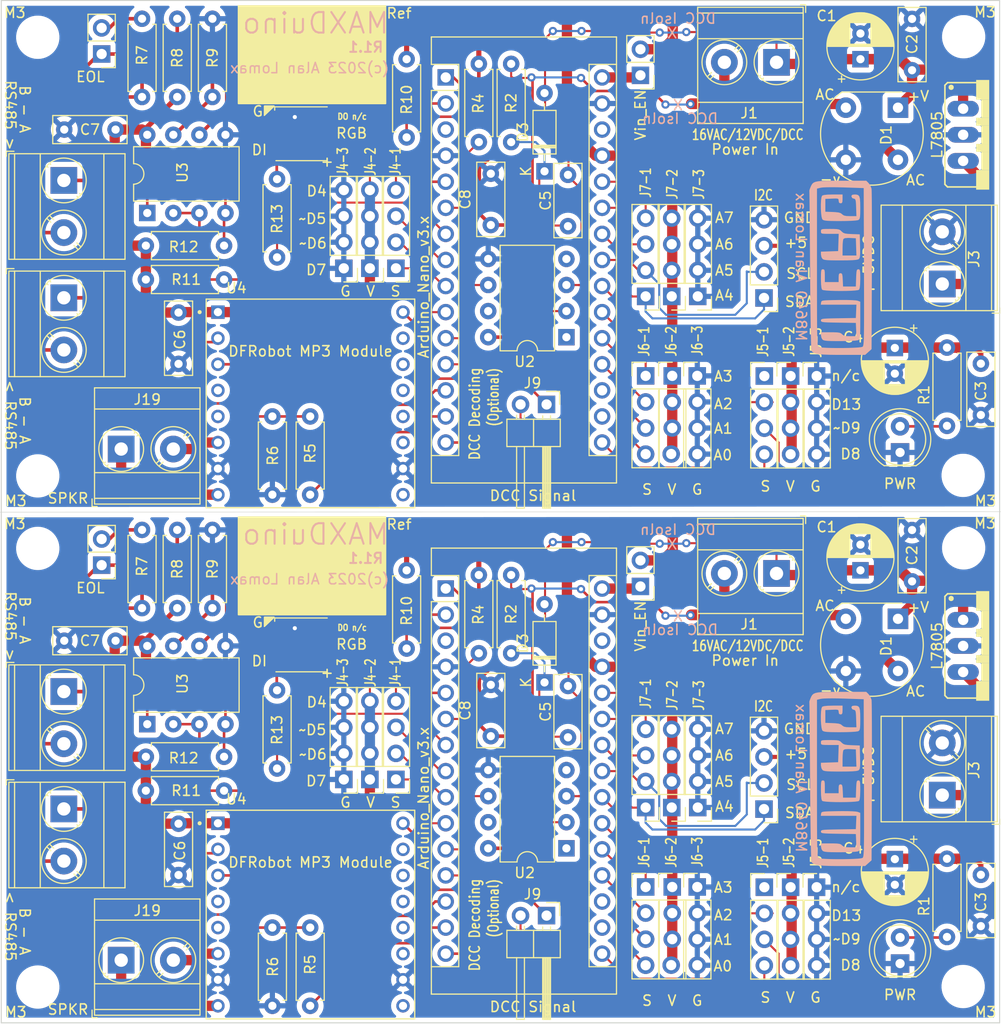
<source format=kicad_pcb>
(kicad_pcb (version 20211014) (generator pcbnew)
  (title_block (title "MAXDuino") (date "2023-05-26") (rev "1b") (comment 1 "RS485 / MP3 / LED / Sensor / I2C / DCC") (comment 2 "for Modular Rlwy Animations") (comment 3 "Arduino PCB"))
  (layers (0 "F.Cu" signal) (31 "B.Cu" signal) (34 "B.Paste" user) (35 "F.Paste" user) (36 "B.SilkS" user "B.Silkscreen") (37 "F.SilkS" user "F.Silkscreen") (38 "B.Mask" user) (39 "F.Mask" user) (44 "Edge.Cuts" user))
  (net 0 "")
  (net 1 "Board_0-+5V")
  (net 2 "Board_0-A0")
  (net 3 "Board_0-A1")
  (net 4 "Board_0-A2")
  (net 5 "Board_0-A3")
  (net 6 "Board_0-A4 {slash} I2C SDA")
  (net 7 "Board_0-A5 {slash} I2C SCL")
  (net 8 "Board_0-A6")
  (net 9 "Board_0-A7")
  (net 10 "Board_0-D0{slash}Rx")
  (net 11 "Board_0-D10")
  (net 12 "Board_0-D11")
  (net 13 "Board_0-D12")
  (net 14 "Board_0-D13")
  (net 15 "Board_0-D1{slash}Tx")
  (net 16 "Board_0-D2 DE{slash}RE")
  (net 17 "Board_0-D4")
  (net 18 "Board_0-D4-Hdr")
  (net 19 "Board_0-D5-PWM")
  (net 20 "Board_0-D6-PWM")
  (net 21 "Board_0-D7")
  (net 22 "Board_0-D8")
  (net 23 "Board_0-D9-PWM")
  (net 24 "Board_0-DCC_Sig")
  (net 25 "Board_0-DCC_in1")
  (net 26 "Board_0-DCC_in2")
  (net 27 "Board_0-GND")
  (net 28 "Board_0-Net-(C1-Pad1)")
  (net 29 "Board_0-Net-(C5-Pad1)")
  (net 30 "Board_0-Net-(D2-Pad2)")
  (net 31 "Board_0-Net-(J16-Pad1)")
  (net 32 "Board_0-Net-(J16-Pad2)")
  (net 33 "Board_0-Net-(J19-Pad1)")
  (net 34 "Board_0-Net-(J19-Pad2)")
  (net 35 "Board_0-Net-(JR7-Pad2)")
  (net 36 "Board_0-Net-(R5-Pad2)")
  (net 37 "Board_0-Vin")
  (net 38 "Board_0-unconnected-(A1-Pad17)")
  (net 39 "Board_0-unconnected-(A1-Pad18)")
  (net 40 "Board_0-unconnected-(A1-Pad28)")
  (net 41 "Board_0-unconnected-(A1-Pad3)")
  (net 42 "Board_0-unconnected-(D4-Pad4)")
  (net 43 "Board_0-unconnected-(J5-1-Pad1)")
  (net 44 "Board_0-unconnected-(U2-Pad1)")
  (net 45 "Board_0-unconnected-(U2-Pad7)")
  (net 46 "Board_0-unconnected-(U4-Pad11)")
  (net 47 "Board_0-unconnected-(U4-Pad12)")
  (net 48 "Board_0-unconnected-(U4-Pad13)")
  (net 49 "Board_0-unconnected-(U4-Pad14)")
  (net 50 "Board_0-unconnected-(U4-Pad15)")
  (net 51 "Board_0-unconnected-(U4-Pad4)")
  (net 52 "Board_0-unconnected-(U4-Pad5)")
  (net 53 "Board_0-unconnected-(U4-Pad9)")
  (net 54 "Board_1-+5V")
  (net 55 "Board_1-A0")
  (net 56 "Board_1-A1")
  (net 57 "Board_1-A2")
  (net 58 "Board_1-A3")
  (net 59 "Board_1-A4 {slash} I2C SDA")
  (net 60 "Board_1-A5 {slash} I2C SCL")
  (net 61 "Board_1-A6")
  (net 62 "Board_1-A7")
  (net 63 "Board_1-D0{slash}Rx")
  (net 64 "Board_1-D10")
  (net 65 "Board_1-D11")
  (net 66 "Board_1-D12")
  (net 67 "Board_1-D13")
  (net 68 "Board_1-D1{slash}Tx")
  (net 69 "Board_1-D2 DE{slash}RE")
  (net 70 "Board_1-D4")
  (net 71 "Board_1-D4-Hdr")
  (net 72 "Board_1-D5-PWM")
  (net 73 "Board_1-D6-PWM")
  (net 74 "Board_1-D7")
  (net 75 "Board_1-D8")
  (net 76 "Board_1-D9-PWM")
  (net 77 "Board_1-DCC_Sig")
  (net 78 "Board_1-DCC_in1")
  (net 79 "Board_1-DCC_in2")
  (net 80 "Board_1-GND")
  (net 81 "Board_1-Net-(C1-Pad1)")
  (net 82 "Board_1-Net-(C5-Pad1)")
  (net 83 "Board_1-Net-(D2-Pad2)")
  (net 84 "Board_1-Net-(J16-Pad1)")
  (net 85 "Board_1-Net-(J16-Pad2)")
  (net 86 "Board_1-Net-(J19-Pad1)")
  (net 87 "Board_1-Net-(J19-Pad2)")
  (net 88 "Board_1-Net-(JR7-Pad2)")
  (net 89 "Board_1-Net-(R5-Pad2)")
  (net 90 "Board_1-Vin")
  (net 91 "Board_1-unconnected-(A1-Pad17)")
  (net 92 "Board_1-unconnected-(A1-Pad18)")
  (net 93 "Board_1-unconnected-(A1-Pad28)")
  (net 94 "Board_1-unconnected-(A1-Pad3)")
  (net 95 "Board_1-unconnected-(D4-Pad4)")
  (net 96 "Board_1-unconnected-(J5-1-Pad1)")
  (net 97 "Board_1-unconnected-(U2-Pad1)")
  (net 98 "Board_1-unconnected-(U2-Pad7)")
  (net 99 "Board_1-unconnected-(U4-Pad11)")
  (net 100 "Board_1-unconnected-(U4-Pad12)")
  (net 101 "Board_1-unconnected-(U4-Pad13)")
  (net 102 "Board_1-unconnected-(U4-Pad14)")
  (net 103 "Board_1-unconnected-(U4-Pad15)")
  (net 104 "Board_1-unconnected-(U4-Pad4)")
  (net 105 "Board_1-unconnected-(U4-Pad5)")
  (net 106 "Board_1-unconnected-(U4-Pad9)")
  (footprint "Resistor_THT:R_Axial_DIN0207_L6.3mm_D2.5mm_P7.62mm_Horizontal" (layer "F.Cu") (at 36.706 38.874 180)
    (fp_text reference "R12")
    (fp_text value "10K" hide)
  )
  (footprint "Resistor_THT:R_Axial_DIN0207_L6.3mm_D2.5mm_P7.62mm_Horizontal" (layer "F.Cu") (at 28.715 66.56 -90)
    (fp_text reference "R7")
    (fp_text value "120R" hide)
  )
  (footprint "MountingHole:MountingHole_3.2mm_M3" (layer "F.Cu") (at 18.555 111.0862)
    (fp_text reference "M3.3" hide)
    (fp_text value "M3")
  )
  (footprint "Resistor_THT:R_Axial_DIN0207_L6.3mm_D2.5mm_P7.62mm_Horizontal" (layer "F.Cu") (at 32.144 24.396 90)
    (fp_text reference "R8")
    (fp_text value "20K" hide)
  )
  (footprint "Resistor_THT:R_Axial_DIN0207_L6.3mm_D2.5mm_P7.62mm_Horizontal" (layer "F.Cu") (at 41.8722 40.017 90)
    (fp_text reference "R13")
    (fp_text value "330R" hide)
  )
  (footprint "Diode_THT:Diode_Bridge_Round_D9.8mm" (layer "F.Cu") (at 102.375 75.2214 -90)
    (fp_text reference "D1")
    (fp_text value "B40C1500G" hide)
  )
  (footprint "Connector_PinHeader_2.54mm:PinHeader_1x04_P2.54mm_Vertical" (layer "F.Cu") (at 77.7878 51.5586)
    (fp_text reference "J6-1")
    (fp_text value "I/O" hide)
  )
  (footprint "Connector_PinHeader_2.54mm:PinHeader_1x04_P2.54mm_Vertical" (layer "F.Cu") (at 82.8678 43.817 180)
    (fp_text reference "J7-3")
    (fp_text value "GND" hide)
  )
  (footprint "Capacitor_THT:C_Disc_D7.0mm_W2.5mm_P5.00mm" (layer "F.Cu") (at 110.4522 100.1534 -90)
    (fp_text reference "C3")
    (fp_text value "100nF" hide)
  )
  (footprint "LED_SMD:LED_Inolux_IN-PI554FCH_PLCC4_5.0x5.0mm_P3.2mm" (layer "F.Cu") (at 44.2598 27.9774)
    (fp_text reference "D4")
    (fp_text value "Inolux_IN-PI554FCH")
  )
  (footprint "Connector_PinHeader_2.54mm:PinHeader_1x04_P2.54mm_Vertical" (layer "F.Cu") (at 82.819 101.3426)
    (fp_text reference "J6-3")
    (fp_text value "GND" hide)
  )
  (footprint "Connector_PinHeader_2.54mm:PinHeader_1x04_P2.54mm_Vertical" (layer "F.Cu") (at 50.9154 90.8678 180)
    (fp_text reference "J4-2")
    (fp_text value "+5" hide)
  )
  (footprint "Connector_PinHeader_2.54mm:PinHeader_1x04_P2.54mm_Vertical" (layer "F.Cu") (at 82.8678 93.601 180)
    (fp_text reference "J7-3")
    (fp_text value "GND" hide)
  )
  (footprint "Connector_PinHeader_2.54mm:PinHeader_1x02_P2.54mm_Vertical" (layer "F.Cu") (at 77.2798 22.2878 180)
    (fp_text reference "J2" hide)
    (fp_text value "Vin_EN")
  )
  (footprint "DFRobot:MODULE_DFR0299" (layer "F.Cu") (at 45.1265 54.241)
    (fp_text reference "U4")
    (fp_text value "DFRobot MP3")
  )
  (footprint "Connector_PinHeader_2.54mm:PinHeader_1x02_P2.54mm_Vertical" (layer "F.Cu") (at 77.2798 72.0718 180)
    (fp_text reference "J2" hide)
    (fp_text value "Vin_EN")
  )
  (footprint "L7805:78XXS" (layer "F.Cu") (at 111.265 77.863 -90)
    (fp_text reference "U1" hide)
    (fp_text value "L7805")
  )
  (footprint "Capacitor_THT:C_Disc_D7.0mm_W2.5mm_P5.00mm" (layer "F.Cu") (at 26.135 27.571 180)
    (fp_text reference "C7")
    (fp_text value "100nF" hide)
  )
  (footprint "Resistor_THT:R_Axial_DIN0207_L6.3mm_D2.5mm_P7.62mm_Horizontal" (layer "F.Cu") (at 32.144 74.18 90)
    (fp_text reference "R8")
    (fp_text value "20K" hide)
  )
  (footprint "Capacitor_THT:C_Disc_D7.0mm_W2.5mm_P5.00mm" (layer "F.Cu") (at 62.7002 86.6514 90)
    (fp_text reference "C8")
    (fp_text value "100nF")
  )
  (footprint "" (layer "F.Cu") (at 44.082 71.894)
    (fp_text reference "")
    (fp_text value "")
  )
  (footprint "Connector_PinHeader_2.54mm:PinHeader_1x04_P2.54mm_Vertical" (layer "F.Cu") (at 82.819 51.5586)
    (fp_text reference "J6-3")
    (fp_text value "GND" hide)
  )
  (footprint "TerminalBlock_Phoenix:TerminalBlock_Phoenix_MKDS-3-2-5.08_1x02_P5.08mm_Horizontal" (layer "F.Cu") (at 26.683 58.686)
    (fp_text reference "J19")
    (fp_text value "SPKR")
  )
  (footprint "Resistor_THT:R_Axial_DIN0207_L6.3mm_D2.5mm_P7.62mm_Horizontal" (layer "F.Cu") (at 107.1502 48.8054 -90)
    (fp_text reference "R1")
    (fp_text value "6.8K")
  )
  (footprint "Resistor_THT:R_Axial_DIN0207_L6.3mm_D2.5mm_P7.62mm_Horizontal" (layer "F.Cu") (at 54.496 78.117 90)
    (fp_text reference "R10")
    (fp_text value "10K" hide)
  )
  (footprint "Capacitor_THT:C_Disc_D7.0mm_W2.5mm_P5.00mm" (layer "F.Cu") (at 103.7466 71.5746 90)
    (fp_text reference "C2")
    (fp_text value "100nF" hide)
  )
  (footprint "TerminalBlock_Phoenix:TerminalBlock_Phoenix_MKDS-3-2-5.08_1x02_P5.08mm_Horizontal" (layer "F.Cu") (at 21.095 82.308 -90)
    (fp_text reference "J16" hide)
    (fp_text value "RS485 >")
  )
  (footprint "Connector_PinHeader_2.54mm:PinHeader_1x04_P2.54mm_Vertical" (layer "F.Cu") (at 50.9154 41.0838 180)
    (fp_text reference "J4-2")
    (fp_text value "+5" hide)
  )
  (footprint "Resistor_THT:R_Axial_DIN0207_L6.3mm_D2.5mm_P7.62mm_Horizontal" (layer "F.Cu") (at 35.573 24.396 90)
    (fp_text reference "R9")
    (fp_text value "20K" hide)
  )
  (footprint "Connector_PinHeader_2.54mm:PinHeader_1x04_P2.54mm_Vertical" (layer "F.Cu") (at 91.9102 101.3626)
    (fp_text reference "J5-2")
    (fp_text value "+5" hide)
  )
  (footprint "Connector_PinHeader_2.54mm:PinHeader_1x04_P2.54mm_Vertical" (layer "F.Cu") (at 91.9102 51.5786)
    (fp_text reference "J5-2")
    (fp_text value "+5" hide)
  )
  (footprint "Package_DIP:DIP-8_W7.62mm" (layer "F.Cu") (at 70.0662 47.7894 180)
    (fp_text reference "U2")
    (fp_text value "6N137" hide)
  )
  (footprint "Capacitor_THT:C_Disc_D7.0mm_W2.5mm_P5.00mm" (layer "F.Cu") (at 110.4522 50.3694 -90)
    (fp_text reference "C3")
    (fp_text value "100nF" hide)
  )
  (footprint "Connector_PinHeader_2.54mm:PinHeader_1x04_P2.54mm_Vertical" (layer "F.Cu") (at 89.3538 51.5786)
    (fp_text reference "J5-1")
    (fp_text value "I/O" hide)
  )
  (footprint "Capacitor_THT:C_Disc_D7.0mm_W2.5mm_P5.00mm" (layer "F.Cu") (at 32.271 45.391 -90)
    (fp_text reference "C6")
    (fp_text value "100nF" hide)
  )
  (footprint "" (layer "F.Cu") (at 44.082 22.11)
    (fp_text reference "")
    (fp_text value "")
  )
  (footprint "Connector_PinHeader_2.54mm:PinHeader_1x04_P2.54mm_Vertical" (layer "F.Cu") (at 48.3746 41.0838 180)
    (fp_text reference "J4-3")
    (fp_text value "GND" hide)
  )
  (footprint "Connector_PinHeader_2.54mm:PinHeader_1x04_P2.54mm_Vertical" (layer "F.Cu") (at 89.3194 43.9694 180)
    (fp_text reference "J8" hide)
    (fp_text value "I2C")
  )
  (footprint "Resistor_THT:R_Axial_DIN0207_L6.3mm_D2.5mm_P7.62mm_Horizontal" (layer "F.Cu") (at 36.706 91.96 180)
    (fp_text reference "R11")
    (fp_text value "10K" hide)
  )
  (footprint "LED_THT:LED_D5.0mm" (layer "F.Cu") (at 102.5782 108.8002 90)
    (fp_text reference "D2" hide)
    (fp_text value "PWR")
  )
  (footprint "Connector_PinHeader_2.54mm:PinHeader_1x04_P2.54mm_Vertical" (layer "F.Cu") (at 53.4562 90.8678 180)
    (fp_text reference "J4-1")
    (fp_text value "I/O" hide)
  )
  (footprint "TerminalBlock_Phoenix:TerminalBlock_Phoenix_MKDS-3-2-5.08_1x02_P5.08mm_Horizontal" (layer "F.Cu") (at 90.5386 21.0178 180)
    (fp_text reference "J1")
    (fp_text value "16VAC/12VDC/DCC")
  )
  (footprint "Connector_PinHeader_2.54mm:PinHeader_1x04_P2.54mm_Vertical" (layer "F.Cu") (at 89.3538 101.3626)
    (fp_text reference "J5-1")
    (fp_text value "I/O" hide)
  )
  (footprint "Module:Arduino_Nano" (layer "F.Cu") (at 58.306 72.275)
    (fp_text reference "A1" hide)
    (fp_text value "Arduino_Nano_v3.x")
  )
  (footprint "Resistor_THT:R_Axial_DIN0207_L6.3mm_D2.5mm_P7.62mm_Horizontal" (layer "F.Cu") (at 41.415 105.295 -90)
    (fp_text reference "R6")
    (fp_text value "1K" hide)
  )
  (footprint "Capacitor_THT:C_Disc_D7.0mm_W2.5mm_P5.00mm" (layer "F.Cu") (at 103.7466 21.7906 90)
    (fp_text reference "C2")
    (fp_text value "100nF" hide)
  )
  (footprint "Resistor_THT:R_Axial_DIN0207_L6.3mm_D2.5mm_P7.62mm_Horizontal" (layer "F.Cu") (at 54.496 28.333 90)
    (fp_text reference "R10")
    (fp_text value "10K" hide)
  )
  (footprint "LED_SMD:LED_Inolux_IN-PI554FCH_PLCC4_5.0x5.0mm_P3.2mm" (layer "F.Cu") (at 44.2598 77.7614)
    (fp_text reference "D4")
    (fp_text value "Inolux_IN-PI554FCH")
  )
  (footprint "Resistor_THT:R_Axial_DIN0207_L6.3mm_D2.5mm_P7.62mm_Horizontal" (layer "F.Cu") (at 61.5318 78.5742 90)
    (fp_text reference "R4")
    (fp_text value "470R" hide)
  )
  (footprint "Package_DIP:DIP-8_W7.62mm" (layer "F.Cu") (at 70.0662 97.5734 180)
    (fp_text reference "U2")
    (fp_text value "6N137" hide)
  )
  (footprint "Connector_PinHeader_2.54mm:PinHeader_1x02_P2.54mm_Vertical" (layer "F.Cu") (at 24.778 20.21 180)
    (fp_text reference "JR7" hide)
    (fp_text value "EOL")
  )
  (footprint "" (layer "F.Cu") (at 94.374 21.856)
    (fp_text reference "")
    (fp_text value "")
  )
  (footprint "MountingHole:MountingHole_3.2mm_M3" (layer "F.Cu") (at 18.555 61.3022)
    (fp_text reference "M3.3" hide)
    (fp_text value "M3")
  )
  (footprint "Connector_PinHeader_2.54mm:PinHeader_1x04_P2.54mm_Vertical" (layer "F.Cu") (at 80.3286 93.601 180)
    (fp_text reference "J7-2")
    (fp_text value "+5" hide)
  )
  (footprint "TerminalBlock_Phoenix:TerminalBlock_Phoenix_MKDS-3-2-5.08_1x02_P5.08mm_Horizontal" (layer "F.Cu") (at 106.693 42.6078 90)
    (fp_text reference "J3")
    (fp_text value "5VDC")
  )
  (footprint "TerminalBlock_Phoenix:TerminalBlock_Phoenix_MKDS-3-2-5.08_1x02_P5.08mm_Horizontal" (layer "F.Cu") (at 21.095 93.738 -90)
    (fp_text reference "J17" hide)
    (fp_text value "< RS485")
  )
  (footprint "Resistor_THT:R_Axial_DIN0207_L6.3mm_D2.5mm_P7.62mm_Horizontal" (layer "F.Cu") (at 41.8722 89.801 90)
    (fp_text reference "R13")
    (fp_text value "330R" hide)
  )
  (footprint "Connector_PinHeader_2.54mm:PinHeader_1x02_P2.54mm_Vertical" (layer "F.Cu") (at 24.778 69.994 180)
    (fp_text reference "JR7" hide)
    (fp_text value "EOL")
  )
  (footprint "Module:Arduino_Nano" (layer "F.Cu") (at 58.306 22.491)
    (fp_text reference "A1" hide)
    (fp_text value "Arduino_Nano_v3.x")
  )
  (footprint "Connector_PinHeader_2.54mm:PinHeader_1x04_P2.54mm_Vertical" (layer "F.Cu") (at 94.451 101.3626)
    (fp_text reference "J5-3")
    (fp_text value "GND" hide)
  )
  (footprint "LED_THT:LED_D5.0mm" (layer "F.Cu") (at 102.5782 59.0162 90)
    (fp_text reference "D2" hide)
    (fp_text value "PWR")
  )
  (footprint "MountingHole:MountingHole_3.2mm_M3" (layer "F.Cu") (at 18.555 68.3634)
    (fp_text reference "M3.4" hide)
    (fp_text value "M3")
  )
  (footprint "Capacitor_THT:CP_Radial_D6.3mm_P2.50mm" (layer "F.Cu") (at 102.0702 98.626221 -90)
    (fp_text reference "C4")
    (fp_text value "220uF")
  )
  (footprint "Connector_PinHeader_2.54mm:PinHeader_1x04_P2.54mm_Vertical" (layer "F.Cu") (at 80.3286 43.817 180)
    (fp_text reference "J7-2")
    (fp_text value "+5" hide)
  )
  (footprint "Connector_PinHeader_2.54mm:PinHeader_1x04_P2.54mm_Vertical" (layer "F.Cu") (at 53.4562 41.0838 180)
    (fp_text reference "J4-1")
    (fp_text value "I/O" hide)
  )
  (footprint "MountingHole:MountingHole_3.2mm_M3" (layer "F.Cu") (at 18.555 18.5794)
    (fp_text reference "M3.4" hide)
    (fp_text value "M3")
  )
  (footprint "Resistor_THT:R_Axial_DIN0207_L6.3mm_D2.5mm_P7.62mm_Horizontal" (layer "F.Cu") (at 41.415 55.511 -90)
    (fp_text reference "R6")
    (fp_text value "1K" hide)
  )
  (footprint "Resistor_THT:R_Axial_DIN0207_L6.3mm_D2.5mm_P7.62mm_Horizontal" (layer "F.Cu") (at 107.1502 98.5894 -90)
    (fp_text reference "R1")
    (fp_text value "6.8K")
  )
  (footprint "Connector_PinHeader_2.54mm:PinHeader_1x02_P2.54mm_Horizontal" (layer "F.Cu") (at 68.1358 104.1266 -90)
    (fp_text reference "J9")
    (fp_text value "DCC Signal")
  )
  (footprint "DFRobot:MODULE_DFR0299" (layer "F.Cu") (at 45.1265 104.025)
    (fp_text reference "U4")
    (fp_text value "DFRobot MP3")
  )
  (footprint "Connector_PinHeader_2.54mm:PinHeader_1x04_P2.54mm_Vertical" (layer "F.Cu") (at 77.7878 101.3426)
    (fp_text reference "J6-1")
    (fp_text value "I/O" hide)
  )
  (footprint "Resistor_THT:R_Axial_DIN0207_L6.3mm_D2.5mm_P7.62mm_Horizontal" (layer "F.Cu") (at 28.715 16.776 -90)
    (fp_text reference "R7")
    (fp_text value "120R" hide)
  )
  (footprint "Connector_PinHeader_2.54mm:PinHeader_1x02_P2.54mm_Horizontal" (layer "F.Cu") (at 68.1358 54.3426 -90)
    (fp_text reference "J9")
    (fp_text value "DCC Signal")
  )
  (footprint "Connector_PinHeader_2.54mm:PinHeader_1x04_P2.54mm_Vertical" (layer "F.Cu") (at 94.451 51.5786)
    (fp_text reference "J5-3")
    (fp_text value "GND" hide)
  )
  (footprint "Connector_PinHeader_2.54mm:PinHeader_1x04_P2.54mm_Vertical" (layer "F.Cu") (at 48.3746 90.8678 180)
    (fp_text reference "J4-3")
    (fp_text value "GND" hide)
  )
  (footprint "MountingHole:MountingHole_3.2mm_M3" (layer "F.Cu") (at 108.7758 68.3126)
    (fp_text reference "M3.1" hide)
    (fp_text value "M3")
  )
  (footprint "Resistor_THT:R_Axial_DIN0207_L6.3mm_D2.5mm_P7.62mm_Horizontal" (layer "F.Cu") (at 64.6814 70.9542 -90)
    (fp_text reference "R2")
    (fp_text value "2K2" hide)
  )
  (footprint "Capacitor_THT:C_Disc_D7.0mm_W2.5mm_P5.00mm" (layer "F.Cu") (at 70.2186 86.7638 90)
    (fp_text reference "C5")
    (fp_text value ".001uF" hide)
  )
  (footprint "Capacitor_THT:C_Disc_D7.0mm_W2.5mm_P5.00mm" (layer "F.Cu") (at 70.2186 36.9798 90)
    (fp_text reference "C5")
    (fp_text value ".001uF" hide)
  )
  (footprint "Resistor_THT:R_Axial_DIN0207_L6.3mm_D2.5mm_P7.62mm_Horizontal" (layer "F.Cu") (at 45.098 112.915 90)
    (fp_text reference "R5")
    (fp_text value "680R" hide)
  )
  (footprint "TerminalBlock_Phoenix:TerminalBlock_Phoenix_MKDS-3-2-5.08_1x02_P5.08mm_Horizontal" (layer "F.Cu") (at 21.095 32.524 -90)
    (fp_text reference "J16" hide)
    (fp_text value "RS485 >")
  )
  (footprint "Diode_THT:Diode_Bridge_Round_D9.8mm" (layer "F.Cu") (at 102.375 25.4374 -90)
    (fp_text reference "D1")
    (fp_text value "B40C1500G" hide)
  )
  (footprint "" (layer "F.Cu") (at 94.374 71.64)
    (fp_text reference "")
    (fp_text value "")
  )
  (footprint "MountingHole:MountingHole_3.2mm_M3" (layer "F.Cu") (at 108.725 111.0354)
    (fp_text reference "M3.2" hide)
    (fp_text value "M3")
  )
  (footprint "TerminalBlock_Phoenix:TerminalBlock_Phoenix_MKDS-3-2-5.08_1x02_P5.08mm_Horizontal" (layer "F.Cu") (at 26.683 108.47)
    (fp_text reference "J19")
    (fp_text value "SPKR")
  )
  (footprint "Capacitor_THT:CP_Radial_D6.3mm_P2.50mm" (layer "F.Cu") (at 98.7174 70.497 90)
    (fp_text reference "C1")
    (fp_text value "220uF")
  )
  (footprint "TerminalBlock_Phoenix:TerminalBlock_Phoenix_MKDS-3-2-5.08_1x02_P5.08mm_Horizontal" (layer "F.Cu") (at 21.095 43.954 -90)
    (fp_text reference "J17" hide)
    (fp_text value "< RS485")
  )
  (footprint "Resistor_THT:R_Axial_DIN0207_L6.3mm_D2.5mm_P7.62mm_Horizontal" (layer "F.Cu") (at 45.098 63.131 90)
    (fp_text reference "R5")
    (fp_text value "680R" hide)
  )
  (footprint "Package_DIP:DIP-8_W7.62mm" (layer "F.Cu") (at 29.223 85.483 90)
    (fp_text reference "U3")
    (fp_text value "MAX485E" hide)
  )
  (footprint "Capacitor_THT:C_Disc_D7.0mm_W2.5mm_P5.00mm" (layer "F.Cu") (at 26.135 77.355 180)
    (fp_text reference "C7")
    (fp_text value "100nF" hide)
  )
  (footprint "Capacitor_THT:C_Disc_D7.0mm_W2.5mm_P5.00mm" (layer "F.Cu") (at 32.271 95.175 -90)
    (fp_text reference "C6")
    (fp_text value "100nF" hide)
  )
  (footprint "TerminalBlock_Phoenix:TerminalBlock_Phoenix_MKDS-3-2-5.08_1x02_P5.08mm_Horizontal" (layer "F.Cu") (at 90.5386 70.8018 180)
    (fp_text reference "J1")
    (fp_text value "16VAC/12VDC/DCC")
  )
  (footprint "Diode_THT:D_DO-35_SOD27_P7.62mm_Horizontal" (layer "F.Cu") (at 67.9326 31.635 90)
    (fp_text reference "D3")
    (fp_text value "1N914")
  )
  (footprint "Capacitor_THT:CP_Radial_D6.3mm_P2.50mm" (layer "F.Cu") (at 102.0702 48.842221 -90)
    (fp_text reference "C4")
    (fp_text value "220uF")
  )
  (footprint "Connector_PinHeader_2.54mm:PinHeader_1x04_P2.54mm_Vertical" (layer "F.Cu") (at 77.7878 43.817 180)
    (fp_text reference "J7-1")
    (fp_text value "I/O" hide)
  )
  (footprint "Package_DIP:DIP-8_W7.62mm" (layer "F.Cu") (at 29.223 35.699 90)
    (fp_text reference "U3")
    (fp_text value "MAX485E" hide)
  )
  (footprint "Resistor_THT:R_Axial_DIN0207_L6.3mm_D2.5mm_P7.62mm_Horizontal" (layer "F.Cu") (at 35.573 74.18 90)
    (fp_text reference "R9")
    (fp_text value "20K" hide)
  )
  (footprint "Connector_PinHeader_2.54mm:PinHeader_1x04_P2.54mm_Vertical" (layer "F.Cu") (at 80.379 101.3426)
    (fp_text reference "J6-2")
    (fp_text value "+5" hide)
  )
  (footprint "Resistor_THT:R_Axial_DIN0207_L6.3mm_D2.5mm_P7.62mm_Horizontal" (layer "F.Cu") (at 64.6814 21.1702 -90)
    (fp_text reference "R2")
    (fp_text value "2K2" hide)
  )
  (footprint "Resistor_THT:R_Axial_DIN0207_L6.3mm_D2.5mm_P7.62mm_Horizontal" (layer "F.Cu") (at 61.5318 28.7902 90)
    (fp_text reference "R4")
    (fp_text value "470R" hide)
  )
  (footprint "Connector_PinHeader_2.54mm:PinHeader_1x04_P2.54mm_Vertical" (layer "F.Cu") (at 80.379 51.5586)
    (fp_text reference "J6-2")
    (fp_text value "+5" hide)
  )
  (footprint "Capacitor_THT:C_Disc_D7.0mm_W2.5mm_P5.00mm" (layer "F.Cu") (at 62.7002 36.8674 90)
    (fp_text reference "C8")
    (fp_text value "100nF")
  )
  (footprint "Resistor_THT:R_Axial_DIN0207_L6.3mm_D2.5mm_P7.62mm_Horizontal" (layer "F.Cu") (at 36.706 42.176 180)
    (fp_text reference "R11")
    (fp_text value "10K" hide)
  )
  (footprint "Diode_THT:D_DO-35_SOD27_P7.62mm_Horizontal" (layer "F.Cu") (at 67.9326 81.419 90)
    (fp_text reference "D3")
    (fp_text value "1N914")
  )
  (footprint "Connector_PinHeader_2.54mm:PinHeader_1x04_P2.54mm_Vertical" (layer "F.Cu") (at 77.7878 93.601 180)
    (fp_text reference "J7-1")
    (fp_text value "I/O" hide)
  )
  (footprint "MountingHole:MountingHole_3.2mm_M3" (layer "F.Cu") (at 108.725 61.2514)
    (fp_text reference "M3.2" hide)
    (fp_text value "M3")
  )
  (footprint "Capacitor_THT:CP_Radial_D6.3mm_P2.50mm" (layer "F.Cu") (at 98.7174 20.713 90)
    (fp_text reference "C1")
    (fp_text value "220uF")
  )
  (footprint "TerminalBlock_Phoenix:TerminalBlock_Phoenix_MKDS-3-2-5.08_1x02_P5.08mm_Horizontal" (layer "F.Cu") (at 106.693 92.3918 90)
    (fp_text reference "J3")
    (fp_text value "5VDC")
  )
  (footprint "Resistor_THT:R_Axial_DIN0207_L6.3mm_D2.5mm_P7.62mm_Horizontal" (layer "F.Cu") (at 36.706 88.658 180)
    (fp_text reference "R12")
    (fp_text value "10K" hide)
  )
  (footprint "MountingHole:MountingHole_3.2mm_M3" (layer "F.Cu") (at 108.7758 18.5286)
    (fp_text reference "M3.1" hide)
    (fp_text value "M3")
  )
  (footprint "L7805:78XXS" (layer "F.Cu") (at 111.265 28.079 -90)
    (fp_text reference "U1" hide)
    (fp_text value "L7805")
  )
  (footprint "Connector_PinHeader_2.54mm:PinHeader_1x04_P2.54mm_Vertical" (layer "F.Cu") (at 89.3194 93.7534 180)
    (fp_text reference "J8" hide)
    (fp_text value "I2C")
  )
  (footprint "LOGO" (layer "B.Cu") (at 96.879086 90.769076 90)
    (fp_text reference "G***" hide)
    (fp_text value "LOGO" hide)
  )
  (footprint "LOGO" (layer "B.Cu") (at 96.879086 40.985076 90)
    (fp_text reference "G***" hide)
    (fp_text value "LOGO" hide)
  )
  (gr_poly (pts (xy 40.653 26.1486) (xy 40.653 25.285) (xy 41.5674 25.285)) (layer "F.SilkS") (width 0.15) (fill solid))
  (gr_poly (pts (xy 40.653 75.9326) (xy 40.653 75.069) (xy 41.5674 75.069)) (layer "F.SilkS") (width 0.15) (fill solid))
  (gr_rect (start 38.113 15.5314) (end 52.4386 25.031) (layer "F.SilkS") (width 0.15) (fill solid))
  (gr_rect (start 38.113 65.3154) (end 52.4386 74.815) (layer "F.SilkS") (width 0.15) (fill solid))
  (gr_line (start 112.28 15) (end 15 15) (layer "Edge.Cuts") (width 0.1))
  (gr_line (start 14.8984 64.8348) (end 112.3836 64.784) (layer "Edge.Cuts") (width 0.05))
  (gr_line (start 112.28 114.57) (end 112.28 15) (layer "Edge.Cuts") (width 0.1))
  (gr_line (start 15 114.57) (end 112.28 114.57) (layer "Edge.Cuts") (width 0.1))
  (gr_line (start 15 15) (end 15 114.57) (layer "Edge.Cuts") (width 0.1))
  (gr_text "DCC Isoln" (at 80.9374 66.5346) (layer "B.SilkS") (effects (font (size 1 1)) (justify mirror)))
  (gr_text "DCC Isoln" (at 80.9374 16.7506) (layer "B.SilkS") (effects (font (size 1 1)) (justify mirror)))
  (gr_text "X" (at 80.9374 74.9674) (layer "B.SilkS") (effects (font (size 1 1)) (justify mirror)))
  (gr_text "X" (at 80.9374 25.1834) (layer "B.SilkS") (effects (font (size 1 1)) (justify mirror)))
  (gr_text "M8640 Alan Lomax " (at 92.9262 90.3598 270) (layer "B.SilkS") (effects (font (size 1 1)) (justify mirror)))
  (gr_text "M8640 Alan Lomax " (at 92.9262 40.5758 270) (layer "B.SilkS") (effects (font (size 1 1)) (justify mirror)))
  (gr_text "R1.1" (at 50.5082 19.5446) (layer "B.SilkS") (effects (font (size 1 1) (thickness 0.2)) (justify mirror)))
  (gr_text "R1.1" (at 50.5082 69.3286) (layer "B.SilkS") (effects (font (size 1 1) (thickness 0.2)) (justify mirror)))
  (gr_text "DCC Isoln" (at 81.1406 26.5042) (layer "B.SilkS") (effects (font (size 1 1)) (justify mirror)))
  (gr_text "DCC Isoln" (at 81.1406 76.2882) (layer "B.SilkS") (effects (font (size 1 1)) (justify mirror)))
  (gr_text "MAXDuino" (at 45.6314 66.9918) (layer "B.SilkS") (effects (font (size 2 2) (thickness 0.2)) (justify mirror)))
  (gr_text "MAXDuino" (at 45.6314 17.2078) (layer "B.SilkS") (effects (font (size 2 2) (thickness 0.2)) (justify mirror)))
  (gr_text "(c)2023 Alan Lomax " (at 44.6662 71.3606) (layer "B.SilkS") (effects (font (size 1 1)) (justify mirror)))
  (gr_text "(c)2023 Alan Lomax " (at 44.6662 21.5766) (layer "B.SilkS") (effects (font (size 1 1)) (justify mirror)))
  (gr_text "X" (at 80.3786 67.957) (layer "B.SilkS") (effects (font (size 1 1)) (justify mirror)))
  (gr_text "X" (at 80.3786 18.173) (layer "B.SilkS") (effects (font (size 1 1)) (justify mirror)))
  (gr_text "D7" (at 45.6822 41.2362) (layer "F.SilkS") (effects (font (size 1 1))))
  (gr_text "D7" (at 45.6822 91.0202) (layer "F.SilkS") (effects (font (size 1 1))))
  (gr_text "+" (at 46.749 80.4538) (layer "F.SilkS") (effects (font (size 1 1))))
  (gr_text "+" (at 46.749 30.6698) (layer "F.SilkS") (effects (font (size 1 1))))
  (gr_text "-v" (at 95.771 82.181) (layer "F.SilkS") (effects (font (size 1 1))))
  (gr_text "-v" (at 95.771 32.397) (layer "F.SilkS") (effects (font (size 1 1))))
  (gr_text "A7" (at 85.4586 85.9402) (layer "F.SilkS") (effects (font (size 1 1))))
  (gr_text "A7" (at 85.4586 36.1562) (layer "F.SilkS") (effects (font (size 1 1))))
  (gr_text "+" (at 99.581 43.1158 90) (layer "F.SilkS") (effects (font (size 1 1))))
  (gr_text "+" (at 99.581 92.8998 90) (layer "F.SilkS") (effects (font (size 1 1))))
  (gr_text "D8" (at 97.7522 59.1686) (layer "F.SilkS") (effects (font (size 1 1))))
  (gr_text "D8" (at 97.7522 108.9526) (layer "F.SilkS") (effects (font (size 1 1))))
  (gr_text "B - A" (at 17.285 105.676 270) (layer "F.SilkS") (effects (font (size 1 1))))
  (gr_text "B - A" (at 17.285 55.892 270) (layer "F.SilkS") (effects (font (size 1 1))))
  (gr_text "D4" (at 45.733 33.5654) (layer "F.SilkS") (effects (font (size 1 1))))
  (gr_text "D4" (at 45.733 83.3494) (layer "F.SilkS") (effects (font (size 1 1))))
  (gr_text "A3" (at 85.357 51.5994) (layer "F.SilkS") (effects (font (size 1 1))))
  (gr_text "A3" (at 85.357 101.3834) (layer "F.SilkS") (effects (font (size 1 1))))
  (gr_text "(Optional)" (at 62.9542 103.4154 90) (layer "F.SilkS") (effects (font (size 1 0.75))))
  (gr_text "(Optional)" (at 62.9542 53.6314 90) (layer "F.SilkS") (effects (font (size 1 0.75))))
  (gr_text "A0" (at 85.3062 109.0542) (layer "F.SilkS") (effects (font (size 1 1))))
  (gr_text "A0" (at 85.3062 59.2702) (layer "F.SilkS") (effects (font (size 1 1))))
  (gr_text "S  V  G" (at 91.9102 112.1022) (layer "F.SilkS") (effects (font (size 1 1))))
  (gr_text "S  V  G" (at 91.9102 62.3182) (layer "F.SilkS") (effects (font (size 1 1))))
  (gr_text "~D5" (at 45.3266 36.2578) (layer "F.SilkS") (effects (font (size 1 1))))
  (gr_text "~D5" (at 45.3266 86.0418) (layer "F.SilkS") (effects (font (size 1 1))))
  (gr_text "A5" (at 85.4586 91.071) (layer "F.SilkS") (effects (font (size 1 1))))
  (gr_text "A5" (at 85.4586 41.287) (layer "F.SilkS") (effects (font (size 1 1))))
  (gr_text "-" (at 99.6318 85.737 90) (layer "F.SilkS") (effects (font (size 1 1))))
  (gr_text "-" (at 99.6318 35.953 90) (layer "F.SilkS") (effects (font (size 1 1))))
  (gr_text "~D9" (at 97.3966 106.4126) (layer "F.SilkS") (effects (font (size 1 1))))
  (gr_text "~D9" (at 97.3966 56.6286) (layer "F.SilkS") (effects (font (size 1 1))))
  (gr_text "DI" (at 40.145 79.3362) (layer "F.SilkS") (effects (font (size 1 1))))
  (gr_text "DI" (at 40.145 29.5522) (layer "F.SilkS") (effects (font (size 1 1))))
  (gr_text "RGB" (at 49.1366 27.9266) (layer "F.SilkS") (effects (font (size 1 1))))
  (gr_text "RGB" (at 49.1366 77.7106) (layer "F.SilkS") (effects (font (size 1 1))))
  (gr_text "Ref" (at 53.7594 66.0266) (layer "F.SilkS") (effects (font (size 1 1))))
  (gr_text "Ref" (at 53.7594 16.2426) (layer "F.SilkS") (effects (font (size 1 1))))
  (gr_text "B - A" (at 17.285 25.5898 270) (layer "F.SilkS") (effects (font (size 1 1))))
  (gr_text "B - A" (at 17.285 75.3738 270) (layer "F.SilkS") (effects (font (size 1 1))))
  (gr_text "+5" (at 92.4182 88.3786) (layer "F.SilkS") (effects (font (size 1 1))))
  (gr_text "+5" (at 92.4182 38.5946) (layer "F.SilkS") (effects (font (size 1 1))))
  (gr_text "A4" (at 85.4586 93.5094) (layer "F.SilkS") (effects (font (size 1 1))))
  (gr_text "A4" (at 85.4586 43.7254) (layer "F.SilkS") (effects (font (size 1 1))))
  (gr_text "S  V  G" (at 80.3786 112.407) (layer "F.SilkS") (effects (font (size 1 1))))
  (gr_text "S  V  G" (at 80.3786 62.623) (layer "F.SilkS") (effects (font (size 1 1))))
  (gr_text "GND" (at 92.7738 85.9402) (layer "F.SilkS") (effects (font (size 1 1))))
  (gr_text "GND" (at 92.7738 36.1562) (layer "F.SilkS") (effects (font (size 1 1))))
  (gr_text "A6" (at 85.4586 38.747) (layer "F.SilkS") (effects (font (size 1 1))))
  (gr_text "A6" (at 85.4586 88.531) (layer "F.SilkS") (effects (font (size 1 1))))
  (gr_text "SCL" (at 92.8754 41.5918) (layer "F.SilkS") (effects (font (size 1 1))))
  (gr_text "SCL" (at 92.8754 91.3758) (layer "F.SilkS") (effects (font (size 1 1))))
  (gr_text "A2" (at 85.357 54.2918) (layer "F.SilkS") (effects (font (size 1 1))))
  (gr_text "A2" (at 85.357 104.0758) (layer "F.SilkS") (effects (font (size 1 1))))
  (gr_text "+V" (at 104.3562 24.3198) (layer "F.SilkS") (effects (font (size 1 1))))
  (gr_text "+V" (at 104.3562 74.1038) (layer "F.SilkS") (effects (font (size 1 1))))
  (gr_text "A1" (at 85.357 106.4634) (layer "F.SilkS") (effects (font (size 1 1))))
  (gr_text "A1" (at 85.357 56.6794) (layer "F.SilkS") (effects (font (size 1 1))))
  (gr_text "AC" (at 104.1022 82.2826) (layer "F.SilkS") (effects (font (size 1 1))))
  (gr_text "AC" (at 104.1022 32.4986) (layer "F.SilkS") (effects (font (size 1 1))))
  (gr_text "AC" (at 95.263 73.9514) (layer "F.SilkS") (effects (font (size 1 1))))
  (gr_text "AC" (at 95.263 24.1674) (layer "F.SilkS") (effects (font (size 1 1))))
  (gr_text "G" (at 39.9926 75.577) (layer "F.SilkS") (effects (font (size 1 1))))
  (gr_text "G" (at 39.9926 25.793) (layer "F.SilkS") (effects (font (size 1 1))))
  (gr_text "DO n/c" (at 49.1874 76.085) (layer "F.SilkS") (effects (font (size 0.6 0.5) (thickness 0.125))))
  (gr_text "DO n/c" (at 49.1874 26.301) (layer "F.SilkS") (effects (font (size 0.6 0.5) (thickness 0.125))))
  (gr_text "SDA" (at 92.7738 44.335) (layer "F.SilkS") (effects (font (size 1 1))))
  (gr_text "SDA" (at 92.7738 94.119) (layer "F.SilkS") (effects (font (size 1 1))))
  (gr_text "G  V  S" (at 50.9654 43.319) (layer "F.SilkS") (effects (font (size 1 1))))
  (gr_text "G  V  S" (at 50.9654 93.103) (layer "F.SilkS") (effects (font (size 1 1))))
  (gr_text "n/c" (at 97.295 101.3326) (layer "F.SilkS") (effects (font (size 1 1))))
  (gr_text "n/c" (at 97.295 51.5486) (layer "F.SilkS") (effects (font (size 1 1))))
  (gr_text "~D6" (at 45.3774 88.4294) (layer "F.SilkS") (effects (font (size 1 1))))
  (gr_text "~D6" (at 45.3774 38.6454) (layer "F.SilkS") (effects (font (size 1 1))))
  (gr_text "D13" (at 97.3458 104.1266) (layer "F.SilkS") (effects (font (size 1 1))))
  (gr_text "D13" (at 97.3458 54.3426) (layer "F.SilkS") (effects (font (size 1 1))))
  (gr_text "Power In" (at 87.4906 29.5014) (layer "F.SilkS") (effects (font (size 1 1))))
  (gr_text "Power In" (at 87.4906 79.2854) (layer "F.SilkS") (effects (font (size 1 1))))
  (gr_text "DCC Decoding" (at 61.1254 55.257 90) (layer "F.SilkS") (effects (font (size 1 0.85))))
  (gr_text "DCC Decoding" (at 61.1254 105.041 90) (layer "F.SilkS") (effects (font (size 1 0.85))))
  (segment (start 29.086 42.176) (end 29.086 45.2648) (width 1) (layer "F.Cu") (net 1))
  (segment (start 110.0458 31.9398) (end 108.725 30.619) (width 1) (layer "F.Cu") (net 1))
  (segment (start 29.096 30.238) (end 38.494 30.238) (width 1) (layer "F.Cu") (net 1))
  (segment (start 50.9154 33.4638) (end 50.9154 29.9594) (width 0.2) (layer "F.Cu") (net 1))
  (segment (start 108.5218 48.8562) (end 108.471 48.8054) (width 1) (layer "F.Cu") (net 1))
  (segment (start 91.1482 48.2974) (end 91.2498 48.1958) (width 0.4) (layer "F.Cu") (net 1))
  (segment (start 61.5318 21.1702) (end 61.5318 16.4458) (width 0.5) (layer "F.Cu") (net 1))
  (segment (start 65.2402 36.969) (end 65.2402 46.367) (width 0.35) (layer "F.Cu") (net 1))
  (segment (start 36.1095 45.351) (end 49.3398 45.351) (width 1) (layer "F.Cu") (net 1))
  (segment (start 97.8538 48.8054) (end 110.0458 48.8054) (width 1) (layer "F.Cu") (net 1))
  (segment (start 109.6394 42.6078) (end 106.693 42.6078) (width 1) (layer "F.Cu") (net 1))
  (segment (start 70.117 16.4966) (end 70.0662 16.4458) (width 1) (layer "F.Cu") (net 1))
  (segment (start 73.546 30.111) (end 77.5338 30.111) (width 1) (layer "F.Cu") (net 1))
  (segment (start 50.9154 29.9594) (end 50.5334 29.5774) (width 0.2) (layer "F.Cu") (net 1))
  (segment (start 77.5338 30.111) (end 80.3786 32.9558) (width 1) (layer "F.Cu") (net 1))
  (segment (start 26.429 38.874) (end 26.048 38.493) (width 1) (layer "F.Cu") (net 1))
  (segment (start 91.4838 39.5706) (end 90.8026 38.8894) (width 0.2) (layer "F.Cu") (net 1))
  (segment (start 92.0118 59.1786) (end 92.0118 48.8562) (width 1) (layer "F.Cu") (net 1))
  (segment (start 29.086 42.176) (end 29.086 38.874) (width 1) (layer "F.Cu") (net 1))
  (segment (start 72.911 30.111) (end 70.117 27.317) (width 1) (layer "F.Cu") (net 1))
  (segment (start 29.086 45.2648) (end 29.2122 45.391) (width 1) (layer "F.Cu") (net 1))
  (segment (start 54.4706 16.4966) (end 69.863 16.4966) (width 1) (layer "F.Cu") (net 1))
  (segment (start 63.1066 29.8062) (end 63.1066 24.5738) (width 0.35) (layer "F.Cu") (net 1))
  (segment (start 92.0118 48.8562) (end 91.9102 48.7546) (width 1) (layer "F.Cu") (net 1))
  (segment (start 90.8026 38.8894) (end 89.3194 38.8894) (width 0.4) (layer "F.Cu") (net 1))
  (segment (start 62.7002 36.8674) (end 65.1386 36.8674) (width 0.35) (layer "F.Cu") (net 1))
  (segment (start 110.0458 48.8054) (end 110.0458 31.9398) (width 1) (layer "F.Cu") (net 1))
  (segment (start 70.117 27.317) (end 70.117 16.4966) (width 1) (layer "F.Cu") (net 1))
  (segment (start 32.311 45.351) (end 36.1095 45.351) (width 1) (layer "F.Cu") (net 1))
  (segment (start 61.576689 31.336111) (end 63.1066 29.8062) (width 0.35) (layer "F.Cu") (net 1))
  (segment (start 61.576689 35.743889) (end 61.576689 31.336111) (width 0.35) (layer "F.Cu") (net 1))
  (segment (start 50.5334 29.5774) (end 46.7098 29.5774) (width 0.2) (layer "F.Cu") (net 1))
  (segment (start 65.2402 46.367) (end 63.8178 47.7894) (width 0.35) (layer "F.Cu") (net 1))
  (segment (start 90.8334 38.8894) (end 90.8026 38.8894) (width 0.4) (layer "F.Cu") (net 1))
  (segment (start 54.496 20.713) (end 54.496 16.522) (width 0.5) (layer "F.Cu") (net 1))
  (segment (start 108.5218 48.8562) (end 108.217 48.8562) (width 1) (layer "F.Cu") (net 1))
  (segment (start 32.144 24.396) (end 29.223 27.317) (width 0.5) (layer "F.Cu") (net 1))
  (segment (start 80.3786 32.9558) (end 80.3786 59.0162) (width 1) (layer "F.Cu") (net 1))
  (segment (start 38.7734 29.9586) (end 38.7734 16.4966) (width 1) (layer "F.Cu") (net 1))
  (segment (start 69.863 16.4966) (end 69.9138 16.5474) (width 1) (layer "F.Cu") (net 1))
  (segment (start 110.4522 50.3694) (end 110.4522 49.3642) (width 0.5) (layer "F.Cu") (net 1))
  (segment (start 91.2498 48.1958) (end 91.2498 39.3058) (width 0.4) (layer "F.Cu") (net 1))
  (segment (start 29.086 38.874) (end 26.429 38.874) (width 1) (layer "F.Cu") (net 1))
  (segment (start 62.4462 23.9134) (end 61.5318 23.9134) (width 0.35) (layer "F.Cu") (net 1))
  (segment (start 65.1386 36.8674) (end 65.2402 36.969) (width 0.35) (layer "F.Cu") (net 1))
  (segment (start 91.2498 39.3058) (end 90.8334 38.8894) (width 0.4) (layer "F.Cu") (net 1))
  (segment (start 38.7734 16.4966) (end 54.4706 16.4966) (width 1) (layer "F.Cu") (net 1))
  (segment (start 108.471 48.8054) (end 81.293 48.8054) (width 1) (layer "F.Cu") (net 1))
  (segment (start 26.135 27.571) (end 28.715 27.571) (width 1) (layer "F.Cu") (net 1))
  (segment (start 38.494 30.238) (end 38.7734 29.9586) (width 1) (layer "F.Cu") (net 1))
  (segment (start 29.096 28.206) (end 29.096 30.238) (width 1) (layer "F.Cu") (net 1))
  (segment (start 63.8178 47.7894) (end 62.4462 47.7894) (width 0.35) (layer "F.Cu") (net 1))
  (segment (start 63.1066 24.5738) (end 62.4462 23.9134) (width 0.35) (layer "F.Cu") (net 1))
  (segment (start 28.715 27.571) (end 29.223 28.079) (width 1) (layer "F.Cu") (net 1))
  (segment (start 29.2122 45.391) (end 32.271 45.391) (width 1) (layer "F.Cu") (net 1))
  (segment (start 61.5318 23.9134) (end 61.5318 21.1702) (width 0.35) (layer "F.Cu") (net 1))
  (segment (start 49.3398 45.351) (end 50.9154 43.7754) (width 1) (layer "F.Cu") (net 1))
  (segment (start 50.9154 43.7754) (end 50.9154 41.0838) (width 1) (layer "F.Cu") (net 1))
  (segment (start 62.7002 36.8674) (end 61.576689 35.743889) (width 0.35) (layer "F.Cu") (net 1))
  (segment (start 73.3682 30.111) (end 72.911 30.111) (width 1) (layer "F.Cu") (net 1))
  (segment (start 54.496 16.522) (end 54.4706 16.4966) (width 0.2) (layer "F.Cu") (net 1))
  (segment (start 26.048 38.493) (end 26.048 27.658) (width 1) (layer "F.Cu") (net 1))
  (segment (start 110.4522 49.3642) (end 109.8934 48.8054) (width 0.5) (layer "F.Cu") (net 1))
  (segment (start 50.9154 33.4638) (end 50.9154 41.0838) (width 1) (layer "B.Cu") (net 1))
  (segment (start 75.61756 57.00836) (end 77.7878 59.1786) (width 0.2) (layer "F.Cu") (net 2))
  (segment (start 75.61756 52.50256) (end 75.61756 57.00836) (width 0.2) (layer "F.Cu") (net 2))
  (segment (start 73.546 50.431) (end 75.61756 52.50256) (width 0.2) (layer "F.Cu") (net 2))
  (segment (start 73.546 47.891) (end 75.96608 50.31108) (width 0.2) (layer "F.Cu") (net 3))
  (segment (start 75.96608 54.81688) (end 77.7878 56.6386) (width 0.2) (layer "F.Cu") (net 3))
  (segment (start 75.96608 50.31108) (end 75.96608 54.81688) (width 0.2) (layer "F.Cu") (net 3))
  (segment (start 76.6094 52.9202) (end 77.7878 54.0986) (width 0.2) (layer "F.Cu") (net 4))
  (segment (start 76.3146 48.1196) (end 76.3146 52.9202) (width 0.2) (layer "F.Cu") (net 4))
  (segment (start 73.546 45.351) (end 76.3146 48.1196) (width 0.2) (layer "F.Cu") (net 4))
  (segment (start 76.3146 52.9202) (end 76.6094 52.9202) (width 0.2) (layer "F.Cu") (net 4))
  (segment (start 73.546 42.811) (end 77.7878 47.0528) (width 0.2) (layer "F.Cu") (net 5))
  (segment (start 77.7878 47.0528) (end 77.7878 51.5586) (width 0.2) (layer "F.Cu") (net 5))
  (segment (start 74.8922 40.271) (end 76.0098 41.3886) (width 0.2) (layer "F.Cu") (net 6))
  (segment (start 76.467 43.827) (end 77.7878 43.827) (width 0.2) (layer "F.Cu") (net 6))
  (segment (start 73.546 40.271) (end 74.8922 40.271) (width 0.2) (layer "F.Cu") (net 6))
  (segment (start 76.0098 41.3886) (end 76.0098 43.3698) (width 0.2) (layer "F.Cu") (net 6))
  (segment (start 76.0098 43.3698) (end 76.467 43.827) (width 0.2) (layer "F.Cu") (net 6))
  (segment (start 88.4558 45.9606) (end 89.3194 45.097) (width 0.2) (layer "B.Cu") (net 6))
  (segment (start 77.7878 45.3002) (end 78.4482 45.9606) (width 0.2) (layer "B.Cu") (net 6))
  (segment (start 78.4482 45.9606) (end 88.4558 45.9606) (width 0.2) (layer "B.Cu") (net 6))
  (segment (start 77.7878 43.827) (end 77.7878 45.3002) (width 0.2) (layer "B.Cu") (net 6))
  (segment (start 89.3194 45.097) (end 89.3194 43.9694) (width 0.2) (layer "B.Cu") (net 6))
  (segment (start 73.546 37.731) (end 77.102 41.287) (width 0.2) (layer "F.Cu") (net 7))
  (segment (start 87.6838 41.4294) (end 87.643 41.3886) (width 0.2) (layer "B.Cu") (net 7))
  (segment (start 79.1086 44.9446) (end 79.1086 42.6078) (width 0.2) (layer "B.Cu") (net 7))
  (segment (start 86.51832 45.61208) (end 79.77608 45.61208) (width 0.2) (layer "B.Cu") (net 7))
  (segment (start 89.3194 41.4294) (end 87.6838 41.4294) (width 0.2) (layer "B.Cu") (net 7))
  (segment (start 79.1086 42.6078) (end 77.7878 41.287) (width 0.2) (layer "B.Cu") (net 7))
  (segment (start 87.643 41.3886) (end 87.643 44.4874) (width 0.2) (layer "B.Cu") (net 7))
  (segment (start 79.77608 45.61208) (end 79.1086 44.9446) (width 0.2) (layer "B.Cu") (net 7))
  (segment (start 87.643 44.4874) (end 86.51832 45.61208) (width 0.2) (layer "B.Cu") (net 7))
  (segment (start 73.546 35.191) (end 74.943 35.191) (width 0.2) (layer "F.Cu") (net 8))
  (segment (start 75.5018 35.7498) (end 75.5018 37.731) (width 0.2) (layer "F.Cu") (net 8))
  (segment (start 75.5018 37.731) (end 76.5178 38.747) (width 0.2) (layer "F.Cu") (net 8))
  (segment (start 76.5178 38.747) (end 77.7878 38.747) (width 0.2) (layer "F.Cu") (net 8))
  (segment (start 74.943 35.191) (end 75.5018 35.7498) (width 0.2) (layer "F.Cu") (net 8))
  (segment (start 76.213 32.651) (end 73.546 32.651) (width 0.2) (layer "F.Cu") (net 9))
  (segment (start 77.7878 34.2258) (end 76.213 32.651) (width 0.2) (layer "F.Cu") (net 9))
  (segment (start 77.7878 36.207) (end 77.7878 34.2258) (width 0.2) (layer "F.Cu") (net 9))
  (segment (start 29.7818 33.7686) (end 36.057322 33.7686) (width 0.25) (layer "F.Cu") (net 10))
  (segment (start 39.7894 25.031) (end 54.496 25.031) (width 0.25) (layer "F.Cu") (net 10))
  (segment (start 54.496 25.031) (end 54.496 28.333) (width 0.25) (layer "F.Cu") (net 10))
  (segment (start 36.057322 33.7686) (end 39.54692 30.279002) (width 0.25) (layer "F.Cu") (net 10))
  (segment (start 29.223 34.3274) (end 29.7818 33.7686) (width 0.25) (layer "F.Cu") (net 10))
  (segment (start 29.223 35.699) (end 29.223 34.3274) (width 0.25) (layer "F.Cu") (net 10))
  (segment (start 39.54692 30.279002) (end 39.54692 25.27348) (width 0.25) (layer "F.Cu") (net 10))
  (segment (start 58.306 25.031) (end 54.496 25.031) (width 0.25) (layer "F.Cu") (net 10))
  (segment (start 39.54692 25.27348) (end 39.7894 25.031) (width 0.25) (layer "F.Cu") (net 10))
  (segment (start 57.29 52.971) (end 58.306 52.971) (width 0.25) (layer "F.Cu") (net 11))
  (segment (start 55.893 54.368) (end 57.29 52.971) (width 0.25) (layer "F.Cu") (net 11))
  (segment (start 36.1095 50.431) (end 43.408489 50.431) (width 0.25) (layer "F.Cu") (net 11))
  (segment (start 43.408489 50.431) (end 47.345489 54.368) (width 0.25) (layer "F.Cu") (net 11))
  (segment (start 47.345489 54.368) (end 55.893 54.368) (width 0.25) (layer "F.Cu") (net 11))
  (segment (start 51.194 57.035) (end 55.385 57.035) (width 0.25) (layer "F.Cu") (net 12))
  (segment (start 45.098 63.131) (end 51.194 57.035) (width 0.25) (layer "F.Cu") (net 12))
  (segment (start 55.385 57.035) (end 56.909 55.511) (width 0.25) (layer "F.Cu") (net 12))
  (segment (start 56.909 55.511) (end 58.306 55.511) (width 0.25) (layer "F.Cu") (net 12))
  (segment (start 59.957 57.67) (end 59.576 58.051) (width 0.25) (layer "F.Cu") (net 13))
  (segment (start 59.957 52.209) (end 59.957 57.67) (width 0.25) (layer "F.Cu") (net 13))
  (segment (start 57.29 51.828) (end 59.576 51.828) (width 0.25) (layer "F.Cu") (net 13))
  (segment (start 54.1435 45.351) (end 56.401 47.6085) (width 0.25) (layer "F.Cu") (net 13))
  (segment (start 56.401 50.939) (end 57.29 51.828) (width 0.25) (layer "F.Cu") (net 13))
  (segment (start 59.576 51.828) (end 59.957 52.209) (width 0.25) (layer "F.Cu") (net 13))
  (segment (start 56.401 47.6085) (end 56.401 50.812) (width 0.25) (layer "F.Cu") (net 13))
  (segment (start 59.576 58.051) (end 58.306 58.051) (width 0.25) (layer "F.Cu") (net 13))
  (segment (start 87.5414 60.4894) (end 87.7954 60.2354) (width 0.2) (layer "F.Cu") (net 14))
  (segment (start 87.7954 60.2354) (end 87.7954 54.1186) (width 0.2) (layer "F.Cu") (net 14))
  (segment (start 75.9844 60.4894) (end 87.5414 60.4894) (width 0.2) (layer "F.Cu") (net 14))
  (segment (start 87.7954 54.1186) (end 90.1666 54.1186) (width 0.2) (layer "F.Cu") (net 14))
  (segment (start 73.546 58.051) (end 75.9844 60.4894) (width 0.2) (layer "F.Cu") (net 14))
  (segment (start 39.9926 30.5682) (end 39.9926 27.571) (width 0.25) (layer "F.Cu") (net 15))
  (segment (start 59.30448 26.31852) (end 59.703 25.92) (width 0.25) (layer "F.Cu") (net 15))
  (segment (start 53.4546 29.8062) (end 55.9438 29.8062) (width 0.25) (layer "F.Cu") (net 15))
  (segment (start 36.843 33.7178) (end 39.9926 30.5682) (width 0.25) (layer "F.Cu") (net 15))
  (segment (start 51.2194 27.571) (end 53.4546 29.8062) (width 0.25) (layer "F.Cu") (net 15))
  (segment (start 56.528 26.31852) (end 59.30448 26.31852) (width 0.25) (layer "F.Cu") (net 15))
  (segment (start 59.068 22.491) (end 58.306 22.491) (width 0.25) (layer "F.Cu") (net 15))
  (segment (start 36.843 35.699) (end 36.843 33.7178) (width 0.25) (layer "F.Cu") (net 15))
  (segment (start 59.703 25.92) (end 59.703 23.126) (width 0.25) (layer "F.Cu") (net 15))
  (segment (start 55.9438 29.8062) (end 56.528 29.222) (width 0.25) (layer "F.Cu") (net 15))
  (segment (start 39.9926 27.571) (end 51.2194 27.571) (width 0.25) (layer "F.Cu") (net 15))
  (segment (start 56.528 29.222) (end 56.528 26.301) (width 0.25) (layer "F.Cu") (net 15))
  (segment (start 59.703 23.126) (end 59.068 22.491) (width 0.25) (layer "F.Cu") (net 15))
  (segment (start 36.706 38.874) (end 36.706 35.836) (width 0.25) (layer "F.Cu") (net 15))
  (segment (start 31.763 35.699) (end 34.303 35.699) (width 0.25) (layer "F.Cu") (net 16))
  (segment (start 40.4498 30.873) (end 40.4498 28.0282) (width 0.25) (layer "F.Cu") (net 16))
  (segment (start 55.75812 30.20472) (end 56.3502 30.7968) (width 0.25) (layer "F.Cu") (net 16))
  (segment (start 34.303 41.414) (end 35.065 42.176) (width 0.25) (layer "F.Cu") (net 16))
  (segment (start 34.303 35.699) (end 34.303 41.414) (width 0.25) (layer "F.Cu") (net 16))
  (segment (start 38.367 42.176) (end 38.494 42.049) (width 0.25) (layer "F.Cu") (net 16))
  (segment (start 51.113008 28.0282) (end 53.289528 30.20472) (width 0.25) (layer "F.Cu") (net 16))
  (segment (start 35.065 42.176) (end 36.706 42.176) (width 0.25) (layer "F.Cu") (net 16))
  (segment (start 38.494 32.8288) (end 40.4498 30.873) (width 0.25) (layer "F.Cu") (net 16))
  (segment (start 36.706 42.176) (end 38.367 42.176) (width 0.25) (layer "F.Cu") (net 16))
  (segment (start 56.3502 32.4986) (end 56.5026 32.651) (width 0.25) (layer "F.Cu") (net 16))
  (segment (start 40.4498 28.0282) (end 51.113008 28.0282) (width 0.25) (layer "F.Cu") (net 16))
  (segment (start 56.5026 32.651) (end 58.306 32.651) (width 0.25) (layer "F.Cu") (net 16))
  (segment (start 53.289528 30.20472) (end 55.75812 30.20472) (width 0.25) (layer "F.Cu") (net 16))
  (segment (start 38.494 42.049) (end 38.494 32.8288) (width 0.25) (layer "F.Cu") (net 16))
  (segment (start 56.3502 30.7968) (end 56.3502 32.524) (width 0.25) (layer "F.Cu") (net 16))
  (segment (start 55.258 34.683) (end 42.5834 34.683) (width 0.2) (layer "F.Cu") (net 17))
  (segment (start 42.5834 34.683) (end 41.8722 35.3942) (width 0.2) (layer "F.Cu") (net 17))
  (segment (start 58.306 37.731) (end 55.258 34.683) (width 0.2) (layer "F.Cu") (net 17))
  (segment (start 41.8722 35.3942) (end 41.8722 40.017) (width 0.2) (layer "F.Cu") (net 17))
  (segment (start 50.7622 28.4346) (end 41.8722 28.4346) (width 0.2) (layer "F.Cu") (net 18))
  (segment (start 41.8098 29.5774) (end 41.8098 32.3346) (width 0.2) (layer "F.Cu") (net 18))
  (segment (start 53.4562 33.4638) (end 53.4562 31.1286) (width 0.2) (layer "F.Cu") (net 18))
  (segment (start 53.4562 31.1286) (end 50.7622 28.4346) (width 0.2) (layer "F.Cu") (net 18))
  (segment (start 41.8722 28.4346) (end 41.8722 32.397) (width 0.2) (layer "F.Cu") (net 18))
  (segment (start 53.5562 36.0038) (end 57.8234 40.271) (width 0.2) (layer "F.Cu") (net 19))
  (segment (start 53.861 38.5438) (end 58.1282 42.811) (width 0.2) (layer "F.Cu") (net 20))
  (segment (start 56.9598 45.351) (end 58.306 45.351) (width 0.2) (layer "F.Cu") (net 21))
  (segment (start 56.2486 42.4046) (end 56.2486 44.6398) (width 0.2) (layer "F.Cu") (net 21))
  (segment (start 56.2486 44.6398) (end 56.9598 45.351) (width 0.2) (layer "F.Cu") (net 21))
  (segment (start 54.9278 41.0838) (end 56.2486 42.4046) (width 0.2) (layer "F.Cu") (net 21))
  (segment (start 54.0388 41.0838) (end 54.9278 41.0838) (width 0.2) (layer "F.Cu") (net 21))
  (segment (start 89.3538 60.6074) (end 89.3538 59.1986) (width 0.2) (layer "F.Cu") (net 22))
  (segment (start 58.306 47.891) (end 60.973 47.891) (width 0.2) (layer "F.Cu") (net 22))
  (segment (start 89.0146 60.9466) (end 89.3538 60.6074) (width 0.2) (layer "F.Cu") (net 22))
  (segment (start 60.973 60.9466) (end 89.0146 60.9466) (width 0.2) (layer "F.Cu") (net 22))
  (segment (start 60.973 47.891) (end 60.973 60.9466) (width 0.2) (layer "F.Cu") (net 22))
  (segment (start 60.5158 50.9898) (end 59.957 50.431) (width 0.2) (layer "F.Cu") (net 23))
  (segment (start 89.3538 56.6586) (end 90.7418 58.0466) (width 0.2) (layer "F.Cu") (net 23))
  (segment (start 90.7418 58.0466) (end 90.7418 61.3022) (width 0.2) (layer "F.Cu") (net 23))
  (segment (start 90.7418 61.3022) (end 60.5158 61.3022) (width 0.2) (layer "F.Cu") (net 23))
  (segment (start 60.5158 61.3022) (end 60.5158 50.9898) (width 0.2) (layer "F.Cu") (net 23))
  (segment (start 59.957 50.431) (end 58.306 50.431) (width 0.2) (layer "F.Cu") (net 23))
  (segment (start 60.211 42.4554) (end 60.211 35.2418) (width 0.2) (layer "F.Cu") (net 24))
  (segment (start 60.465 42.7094) (end 60.211 42.4554) (width 0.2) (layer "F.Cu") (net 24))
  (segment (start 60.211 30.111) (end 60.211 35.191) (width 0.2) (layer "F.Cu") (net 24))
  (segment (start 60.211 35.191) (end 58.306 35.191) (width 0.2) (layer "F.Cu") (net 24))
  (segment (start 61.5318 28.7902) (end 60.211 30.111) (width 0.2) (layer "F.Cu") (net 24))
  (segment (start 62.4462 42.7094) (end 60.465 42.7094) (width 0.2) (layer "F.Cu") (net 24))
  (segment (start 70.2694 32.143) (end 71.5394 33.413) (width 0.2) (layer "F.Cu") (net 25))
  (segment (start 75.5018 18.1222) (end 75.3494 17.9698) (width 0.2) (layer "F.Cu") (net 25))
  (segment (start 95.8218 22.8974) (end 98.5142 22.8974) (width 1) (layer "F.Cu") (net 25))
  (segment (start 71.5394 42.7094) (end 71.2854 42.7094) (width 0.2) (layer "F.Cu") (net 25))
  (segment (start 90.5894 18.9858) (end 90.5386 19.0366) (width 0.2) (layer "F.Cu") (net 25))
  (segment (start 81.7502 18.0714) (end 89.675 18.0714) (width 0.2) (layer "F.Cu") (net 25))
  (segment (start 65.5958 55.6634) (end 65.8498 55.9174) (width 0.2) (layer "F.Cu") (net 25))
  (segment (start 99.7842 24.1674) (end 99.7842 27.9266) (width 1) (layer "F.Cu") (net 25))
  (segment (start 79.1594 18.1222) (end 75.5018 18.1222) (width 0.2) (layer "F.Cu") (net 25))
  (segment (start 89.675 18.0714) (end 90.5894 18.9858) (width 0.2) (layer "F.Cu") (net 25))
  (segment (start 65.8498 55.9174) (end 71.2346 55.9174) (width 0.2) (layer "F.Cu") (net 25))
  (segment (start 71.5394 33.413) (end 71.5394 42.7094) (width 0.2) (layer "F.Cu") (net 25))
  (segment (start 70.2694 28.7394) (end 70.2694 32.143) (width 0.2) (layer "F.Cu") (net 25))
  (segment (start 90.5386 19.0366) (end 90.5386 21.0178) (width 0.2) (layer "F.Cu") (net 25))
  (segment (start 67.9834 26.4534) (end 70.2694 28.7394) (width 0.2) (layer "F.Cu") (net 25))
  (segment (start 67.9834 18.7318) (end 67.9834 26.4534) (width 0.2) (layer "F.Cu") (net 25))
  (segment (start 99.7842 27.9266) (end 102.375 30.5174) (width 1) (layer "F.Cu") (net 25))
  (segment (start 65.5958 54.3426) (end 65.5958 55.6634) (width 0.2) (layer "F.Cu") (net 25))
  (segment (start 98.5142 22.8974) (end 99.7842 24.1674) (width 1) (layer "F.Cu") (net 25))
  (segment (start 71.2346 55.9174) (end 71.4886 55.6634) (width 0.2) (layer "F.Cu") (net 25))
  (segment (start 94.0994 21.175) (end 95.8218 22.8974) (width 1) (layer "F.Cu") (net 25))
  (segment (start 90.6958 21.175) (end 94.0994 21.175) (width 1) (layer "F.Cu") (net 25))
  (segment (start 71.4886 42.7094) (end 71.2854 42.7094) (width 0.2) (layer "F.Cu") (net 25))
  (segment (start 75.3494 17.9698) (end 71.9966 17.9698) (width 0.2) (layer "F.Cu") (net 25))
  (segment (start 71.4886 55.6634) (end 71.4886 42.7094) (width 0.2) (layer "F.Cu") (net 25))
  (segment (start 71.2854 42.7094) (end 70.0662 42.7094) (width 0.2) (layer "F.Cu") (net 25))
  (segment (start 68.7454 17.9698) (end 67.9834 18.7318) (width 0.2) (layer "F.Cu") (net 25))
  (via (at 81.7502 18.0714) (size 0.8) (drill 0.4) (layers "F.Cu" "B.Cu") (net 25))
  (via (at 79.1594 18.1222) (size 0.8) (drill 0.4) (layers "F.Cu" "B.Cu") (net 25))
  (via (at 68.7454 17.9698) (size 0.8) (drill 0.4) (layers "F.Cu" "B.Cu") (net 25))
  (via (at 71.5394 17.9698) (size 0.8) (drill 0.4) (layers "F.Cu" "B.Cu") (net 25))
  (segment (start 79.1594 18.1222) (end 81.6994 18.1222) (width 0.2) (layer "B.Cu") (net 25))
  (segment (start 68.8978 17.9698) (end 71.4378 17.9698) (width 0.2) (layer "B.Cu") (net 25))
  (segment (start 66.7642 52.971) (end 67.4246 53.6314) (width 0.25) (layer "F.Cu") (net 26))
  (segment (start 85.4586 21.0178) (end 85.4586 25.031) (width 1) (layer "F.Cu") (net 26))
  (segment (start 66.7134 22.5418) (end 66.7642 22.5926) (width 0.2) (layer "F.Cu") (net 26))
  (segment (start 72.7586 23.8118) (end 71.4886 22.5418) (width 0.25) (layer "F.Cu") (net 26))
  (segment (start 82.2074 25.0818) (end 96.9394 25.0818) (width 1) (layer "F.Cu") (net 26))
  (segment (start 78.3974 23.8118) (end 72.7586 23.8118) (width 0.25) (layer "F.Cu") (net 26))
  (segment (start 96.9394 25.0818) (end 97.295 25.4374) (width 1) (layer "F.Cu") (net 26))
  (segment (start 64.6814 21.1702) (end 64.6814 22.3894) (width 0.2) (layer "F.Cu") (net 26))
  (segment (start 85.4586 25.031) (end 82.2124 25.031) (width 1) (layer "F.Cu") (net 26))
  (segment (start 66.6626 22.491) (end 66.7642 22.5926) (width 0.25) (layer "F.Cu") (net 26))
  (segment (start 79.7182 25.1326) (end 78.3974 23.8118) (width 0.25) (layer "F.Cu") (net 26))
  (segment (start 64.6814 22.3894) (end 64.8338 22.5418) (width 0.2) (layer "F.Cu") (net 26))
  (segment (start 64.8338 22.5418) (end 66.7134 22.5418) (width 0.2) (layer "F.Cu") (net 26))
  (segment (start 66.7642 22.5926) (end 66.7642 52.971) (width 0.25) (layer "F.Cu") (net 26))
  (via (at 66.6626 22.491) (size 0.8) (drill 0.4) (layers "F.Cu" "B.Cu") (net 26))
  (via (at 82.1566 25.0818) (size 0.8) (drill 0.4) (layers "F.Cu" "B.Cu") (net 26))
  (via (at 71.4886 22.5418) (size 0.8) (drill 0.4) (layers "F.Cu" "B.Cu") (net 26))
  (via (at 79.7182 25.1326) (size 0.8) (drill 0.4) (layers "F.Cu" "B.Cu") (net 26))
  (segment (start 82.1058 25.1326) (end 82.1566 25.0818) (width 0.25) (layer "B.Cu") (net 26))
  (segment (start 71.4378 22.491) (end 66.7642 22.491) (width 0.2) (layer "B.Cu") (net 26))
  (segment (start 79.7182 25.1326) (end 82.1058 25.1326) (width 0.2) (layer "B.Cu") (net 26))
  (segment (start 43.5994 26.3518) (end 41.8354 26.3518) (width 0.5) (layer "F.Cu") (net 27))
  (via (at 43.5994 26.3518) (size 0.8) (drill 0.4) (layers "F.Cu" "B.Cu") (net 27))
  (segment (start 102.375 25.4374) (end 103.7466 24.0658) (width 1) (layer "F.Cu") (net 28))
  (segment (start 102.669 20.713) (end 98.7174 20.713) (width 1) (layer "F.Cu") (net 28))
  (segment (start 96.3806 20.713) (end 95.3138 19.6462) (width 1) (layer "F.Cu") (net 28))
  (segment (start 79.4642 19.7478) (end 77.3306 19.7478) (width 1) (layer "F.Cu") (net 28))
  (segment (start 102.542 20.713) (end 96.3806 20.713) (width 1) (layer "F.Cu") (net 28))
  (segment (start 106.566 21.729) (end 103.558 21.729) (width 1) (layer "F.Cu") (net 28))
  (segment (start 103.7466 24.0658) (end 103.7466 21.7906) (width 1) (layer "F.Cu") (net 28))
  (segment (start 108.725 23.888) (end 106.566 21.729) (width 1) (layer "F.Cu") (net 28))
  (segment (start 95.3138 19.6462) (end 95.3138 16.3442) (width 1) (layer "F.Cu") (net 28))
  (segment (start 103.7466 21.7906) (end 102.669 20.713) (width 1) (layer "F.Cu") (net 28))
  (segment (start 80.4294 16.2934) (end 80.4294 18.7826) (width 1) (layer "F.Cu") (net 28))
  (segment (start 95.3138 16.3442) (end 80.4802 16.3442) (width 1) (layer "F.Cu") (net 28))
  (segment (start 80.4294 18.7826) (end 79.4642 19.7478) (width 1) (layer "F.Cu") (net 28))
  (segment (start 108.725 25.539) (end 108.725 23.888) (width 1) (layer "F.Cu") (net 28))
  (segment (start 103.558 21.729) (end 102.542 20.713) (width 1) (layer "F.Cu") (net 28))
  (segment (start 67.3738 45.2494) (end 70.0662 45.2494) (width 0.2) (layer "F.Cu") (net 29))
  (segment (start 67.4246 45.1986) (end 67.3738 45.2494) (width 0.2) (layer "F.Cu") (net 29))
  (segment (start 67.5262 36.9182) (end 67.4246 36.8166) (width 0.2) (layer "F.Cu") (net 29))
  (segment (start 70.2694 36.9182) (end 67.5262 36.9182) (width 0.2) (layer "F.Cu") (net 29))
  (segment (start 67.4246 31.381) (end 67.4246 36.8166) (width 0.2) (layer "F.Cu") (net 29))
  (segment (start 67.4246 36.8166) (end 67.4246 45.1986) (width 0.2) (layer "F.Cu") (net 29))
  (segment (start 67.9326 29.6538) (end 67.9326 31.635) (width 0.2) (layer "B.Cu") (net 29))
  (segment (start 67.069 28.7902) (end 67.9326 29.6538) (width 0.2) (layer "B.Cu") (net 29))
  (segment (start 64.6814 28.7902) (end 67.069 28.7902) (width 0.2) (layer "B.Cu") (net 29))
  (segment (start 102.5782 56.4762) (end 107.0994 56.4762) (width 0.25) (layer "F.Cu") (net 30))
  (segment (start 28.715 24.396) (end 24.905 24.396) (width 0.35) (layer "F.Cu") (net 31))
  (segment (start 23.254 32.524) (end 23.254 43.827) (width 0.35) (layer "F.Cu") (net 31))
  (segment (start 28.715 22.5926) (end 29.1976 22.11) (width 0.35) (layer "F.Cu") (net 31))
  (segment (start 21.095 32.524) (end 23.254 32.524) (width 0.35) (layer "F.Cu") (net 31))
  (segment (start 35.573 22.745) (end 35.573 24.396) (width 0.35) (layer "F.Cu") (net 31))
  (segment (start 23.254 26.047) (end 23.254 32.524) (width 0.35) (layer "F.Cu") (net 31))
  (segment (start 23.127 43.954) (end 21.095 43.954) (width 0.35) (layer "F.Cu") (net 31))
  (segment (start 28.715 24.396) (end 28.715 22.5926) (width 0.35) (layer "F.Cu") (net 31))
  (segment (start 35.573 24.396) (end 31.89 28.079) (width 0.35) (layer "F.Cu") (net 31))
  (segment (start 24.905 24.396) (end 23.254 26.047) (width 0.35) (layer "F.Cu") (net 31))
  (segment (start 34.938 22.11) (end 35.573 22.745) (width 0.35) (layer "F.Cu") (net 31))
  (segment (start 23.254 43.827) (end 23.127 43.954) (width 0.35) (layer "F.Cu") (net 31))
  (segment (start 29.1976 22.11) (end 34.938 22.11) (width 0.35) (layer "F.Cu") (net 31))
  (segment (start 32.144 20.21) (end 24.778 20.21) (width 0.35) (layer "F.Cu") (net 32))
  (segment (start 18.047 37.604) (end 18.047 26.682) (width 0.35) (layer "F.Cu") (net 32))
  (segment (start 36.97 21.602) (end 36.97 25.412) (width 0.35) (layer "F.Cu") (net 32))
  (segment (start 21.095 49.034) (end 18.047 49.034) (width 0.35) (layer "F.Cu") (net 32))
  (segment (start 18.047 49.034) (end 18.047 37.604) (width 0.35) (layer "F.Cu") (net 32))
  (segment (start 21.095 37.604) (end 18.047 37.604) (width 0.35) (layer "F.Cu") (net 32))
  (segment (start 32.144 20.205) (end 35.573 20.205) (width 0.35) (layer "F.Cu") (net 32))
  (segment (start 32.144 16.776) (end 32.144 20.21) (width 0.35) (layer "F.Cu") (net 32))
  (segment (start 18.047 26.682) (end 24.519 20.21) (width 0.35) (layer "F.Cu") (net 32))
  (segment (start 36.97 25.412) (end 34.303 28.079) (width 0.35) (layer "F.Cu") (net 32))
  (segment (start 35.573 20.205) (end 36.97 21.602) (width 0.35) (layer "F.Cu") (net 32))
  (segment (start 26.683 61.988) (end 26.683 58.686) (width 1) (layer "F.Cu") (net 33))
  (segment (start 36.1095 63.131) (end 27.826 63.131) (width 1) (layer "F.Cu") (net 33))
  (segment (start 27.826 63.131) (end 26.683 61.988) (width 1) (layer "F.Cu") (net 33))
  (segment (start 34.684 58.051) (end 34.049 58.686) (width 1) (layer "F.Cu") (net 34))
  (segment (start 36.1095 58.051) (end 34.684 58.051) (width 1) (layer "F.Cu") (net 34))
  (segment (start 34.049 58.686) (end 31.763 58.686) (width 1) (layer "F.Cu") (net 34))
  (segment (start 26.429 16.776) (end 25.535 17.67) (width 0.35) (layer "F.Cu") (net 35))
  (segment (start 28.715 16.776) (end 26.429 16.776) (width 0.35) (layer "F.Cu") (net 35))
  (segment (start 36.843 54.241) (end 38.113 55.511) (width 0.25) (layer "F.Cu") (net 36))
  (segment (start 34.811 48.272) (end 34.43 48.653) (width 0.25) (layer "F.Cu") (net 36))
  (segment (start 34.43 53.733) (end 34.938 54.241) (width 0.25) (layer "F.Cu") (net 36))
  (segment (start 34.811 54.241) (end 36.843 54.241) (width 0.25) (layer "F.Cu") (net 36))
  (segment (start 41.415 55.511) (end 45.098 55.511) (width 0.25) (layer "F.Cu") (net 36))
  (segment (start 38.113 55.511) (end 41.415 55.511) (width 0.25) (layer "F.Cu") (net 36))
  (segment (start 36.1095 48.272) (end 34.811 48.272) (width 0.25) (layer "F.Cu") (net 36))
  (segment (start 34.43 48.653) (end 34.43 53.733) (width 0.25) (layer "F.Cu") (net 36))
  (segment (start 77.0766 22.491) (end 73.546 22.491) (width 1) (layer "F.Cu") (net 37))
  (segment (start 29.086 91.96) (end 29.086 95.0488) (width 1) (layer "F.Cu") (net 54))
  (segment (start 110.0458 81.7238) (end 108.725 80.403) (width 1) (layer "F.Cu") (net 54))
  (segment (start 29.096 80.022) (end 38.494 80.022) (width 1) (layer "F.Cu") (net 54))
  (segment (start 50.9154 83.2478) (end 50.9154 79.7434) (width 0.2) (layer "F.Cu") (net 54))
  (segment (start 108.5218 98.6402) (end 108.471 98.5894) (width 1) (layer "F.Cu") (net 54))
  (segment (start 91.1482 98.0814) (end 91.2498 97.9798) (width 0.4) (layer "F.Cu") (net 54))
  (segment (start 61.5318 70.9542) (end 61.5318 66.2298) (width 0.5) (layer "F.Cu") (net 54))
  (segment (start 65.2402 86.753) (end 65.2402 96.151) (width 0.35) (layer "F.Cu") (net 54))
  (segment (start 36.1095 95.135) (end 49.3398 95.135) (width 1) (layer "F.Cu") (net 54))
  (segment (start 97.8538 98.5894) (end 110.0458 98.5894) (width 1) (layer "F.Cu") (net 54))
  (segment (start 109.6394 92.3918) (end 106.693 92.3918) (width 1) (layer "F.Cu") (net 54))
  (segment (start 70.117 66.2806) (end 70.0662 66.2298) (width 1) (layer "F.Cu") (net 54))
  (segment (start 73.546 79.895) (end 77.5338 79.895) (width 1) (layer "F.Cu") (net 54))
  (segment (start 50.9154 79.7434) (end 50.5334 79.3614) (width 0.2) (layer "F.Cu") (net 54))
  (segment (start 77.5338 79.895) (end 80.3786 82.7398) (width 1) (layer "F.Cu") (net 54))
  (segment (start 26.429 88.658) (end 26.048 88.277) (width 1) (layer "F.Cu") (net 54))
  (segment (start 91.4838 89.3546) (end 90.8026 88.6734) (width 0.2) (layer "F.Cu") (net 54))
  (segment (start 92.0118 108.9626) (end 92.0118 98.6402) (width 1) (layer "F.Cu") (net 54))
  (segment (start 29.086 91.96) (end 29.086 88.658) (width 1) (layer "F.Cu") (net 54))
  (segment (start 72.911 79.895) (end 70.117 77.101) (width 1) (layer "F.Cu") (net 54))
  (segment (start 29.086 95.0488) (end 29.2122 95.175) (width 1) (layer "F.Cu") (net 54))
  (segment (start 54.4706 66.2806) (end 69.863 66.2806) (width 1) (layer "F.Cu") (net 54))
  (segment (start 63.1066 79.5902) (end 63.1066 74.3578) (width 0.35) (layer "F.Cu") (net 54))
  (segment (start 92.0118 98.6402) (end 91.9102 98.5386) (width 1) (layer "F.Cu") (net 54))
  (segment (start 90.8026 88.6734) (end 89.3194 88.6734) (width 0.4) (layer "F.Cu") (net 54))
  (segment (start 62.7002 86.6514) (end 65.1386 86.6514) (width 0.35) (layer "F.Cu") (net 54))
  (segment (start 110.0458 98.5894) (end 110.0458 81.7238) (width 1) (layer "F.Cu") (net 54))
  (segment (start 70.117 77.101) (end 70.117 66.2806) (width 1) (layer "F.Cu") (net 54))
  (segment (start 32.311 95.135) (end 36.1095 95.135) (width 1) (layer "F.Cu") (net 54))
  (segment (start 61.576689 81.120111) (end 63.1066 79.5902) (width 0.35) (layer "F.Cu") (net 54))
  (segment (start 61.576689 85.527889) (end 61.576689 81.120111) (width 0.35) (layer "F.Cu") (net 54))
  (segment (start 50.5334 79.3614) (end 46.7098 79.3614) (width 0.2) (layer "F.Cu") (net 54))
  (segment (start 65.2402 96.151) (end 63.8178 97.5734) (width 0.35) (layer "F.Cu") (net 54))
  (segment (start 90.8334 88.6734) (end 90.8026 88.6734) (width 0.4) (layer "F.Cu") (net 54))
  (segment (start 54.496 70.497) (end 54.496 66.306) (width 0.5) (layer "F.Cu") (net 54))
  (segment (start 108.5218 98.6402) (end 108.217 98.6402) (width 1) (layer "F.Cu") (net 54))
  (segment (start 32.144 74.18) (end 29.223 77.101) (width 0.5) (layer "F.Cu") (net 54))
  (segment (start 80.3786 82.7398) (end 80.3786 108.8002) (width 1) (layer "F.Cu") (net 54))
  (segment (start 38.7734 79.7426) (end 38.7734 66.2806) (width 1) (layer "F.Cu") (net 54))
  (segment (start 69.863 66.2806) (end 69.9138 66.3314) (width 1) (layer "F.Cu") (net 54))
  (segment (start 110.4522 100.1534) (end 110.4522 99.1482) (width 0.5) (layer "F.Cu") (net 54))
  (segment (start 91.2498 97.9798) (end 91.2498 89.0898) (width 0.4) (layer "F.Cu") (net 54))
  (segment (start 29.086 88.658) (end 26.429 88.658) (width 1) (layer "F.Cu") (net 54))
  (segment (start 62.4462 73.6974) (end 61.5318 73.6974) (width 0.35) (layer "F.Cu") (net 54))
  (segment (start 65.1386 86.6514) (end 65.2402 86.753) (width 0.35) (layer "F.Cu") (net 54))
  (segment (start 91.2498 89.0898) (end 90.8334 88.6734) (width 0.4) (layer "F.Cu") (net 54))
  (segment (start 38.7734 66.2806) (end 54.4706 66.2806) (width 1) (layer "F.Cu") (net 54))
  (segment (start 108.471 98.5894) (end 81.293 98.5894) (width 1) (layer "F.Cu") (net 54))
  (segment (start 26.135 77.355) (end 28.715 77.355) (width 1) (layer "F.Cu") (net 54))
  (segment (start 38.494 80.022) (end 38.7734 79.7426) (width 1) (layer "F.Cu") (net 54))
  (segment (start 29.096 77.99) (end 29.096 80.022) (width 1) (layer "F.Cu") (net 54))
  (segment (start 63.8178 97.5734) (end 62.4462 97.5734) (width 0.35) (layer "F.Cu") (net 54))
  (segment (start 63.1066 74.3578) (end 62.4462 73.6974) (width 0.35) (layer "F.Cu") (net 54))
  (segment (start 28.715 77.355) (end 29.223 77.863) (width 1) (layer "F.Cu") (net 54))
  (segment (start 29.2122 95.175) (end 32.271 95.175) (width 1) (layer "F.Cu") (net 54))
  (segment (start 61.5318 73.6974) (end 61.5318 70.9542) (width 0.35) (layer "F.Cu") (net 54))
  (segment (start 49.3398 95.135) (end 50.9154 93.5594) (width 1) (layer "F.Cu") (net 54))
  (segment (start 50.9154 93.5594) (end 50.9154 90.8678) (width 1) (layer "F.Cu") (net 54))
  (segment (start 62.7002 86.6514) (end 61.576689 85.527889) (width 0.35) (layer "F.Cu") (net 54))
  (segment (start 73.3682 79.895) (end 72.911 79.895) (width 1) (layer "F.Cu") (net 54))
  (segment (start 54.496 66.306) (end 54.4706 66.2806) (width 0.2) (layer "F.Cu") (net 54))
  (segment (start 26.048 88.277) (end 26.048 77.442) (width 1) (layer "F.Cu") (net 54))
  (segment (start 110.4522 99.1482) (end 109.8934 98.5894) (width 0.5) (layer "F.Cu") (net 54))
  (segment (start 50.9154 83.2478) (end 50.9154 90.8678) (width 1) (layer "B.Cu") (net 54))
  (segment (start 75.61756 106.79236) (end 77.7878 108.9626) (width 0.2) (layer "F.Cu") (net 55))
  (segment (start 75.61756 102.28656) (end 75.61756 106.79236) (width 0.2) (layer "F.Cu") (net 55))
  (segment (start 73.546 100.215) (end 75.61756 102.28656) (width 0.2) (layer "F.Cu") (net 55))
  (segment (start 73.546 97.675) (end 75.96608 100.09508) (width 0.2) (layer "F.Cu") (net 56))
  (segment (start 75.96608 104.60088) (end 77.7878 106.4226) (width 0.2) (layer "F.Cu") (net 56))
  (segment (start 75.96608 100.09508) (end 75.96608 104.60088) (width 0.2) (layer "F.Cu") (net 56))
  (segment (start 76.6094 102.7042) (end 77.7878 103.8826) (width 0.2) (layer "F.Cu") (net 57))
  (segment (start 76.3146 97.9036) (end 76.3146 102.7042) (width 0.2) (layer "F.Cu") (net 57))
  (segment (start 73.546 95.135) (end 76.3146 97.9036) (width 0.2) (layer "F.Cu") (net 57))
  (segment (start 76.3146 102.7042) (end 76.6094 102.7042) (width 0.2) (layer "F.Cu") (net 57))
  (segment (start 73.546 92.595) (end 77.7878 96.8368) (width 0.2) (layer "F.Cu") (net 58))
  (segment (start 77.7878 96.8368) (end 77.7878 101.3426) (width 0.2) (layer "F.Cu") (net 58))
  (segment (start 74.8922 90.055) (end 76.0098 91.1726) (width 0.2) (layer "F.Cu") (net 59))
  (segment (start 76.467 93.611) (end 77.7878 93.611) (width 0.2) (layer "F.Cu") (net 59))
  (segment (start 73.546 90.055) (end 74.8922 90.055) (width 0.2) (layer "F.Cu") (net 59))
  (segment (start 76.0098 91.1726) (end 76.0098 93.1538) (width 0.2) (layer "F.Cu") (net 59))
  (segment (start 76.0098 93.1538) (end 76.467 93.611) (width 0.2) (layer "F.Cu") (net 59))
  (segment (start 88.4558 95.7446) (end 89.3194 94.881) (width 0.2) (layer "B.Cu") (net 59))
  (segment (start 77.7878 95.0842) (end 78.4482 95.7446) (width 0.2) (layer "B.Cu") (net 59))
  (segment (start 78.4482 95.7446) (end 88.4558 95.7446) (width 0.2) (layer "B.Cu") (net 59))
  (segment (start 77.7878 93.611) (end 77.7878 95.0842) (width 0.2) (layer "B.Cu") (net 59))
  (segment (start 89.3194 94.881) (end 89.3194 93.7534) (width 0.2) (layer "B.Cu") (net 59))
  (segment (start 73.546 87.515) (end 77.102 91.071) (width 0.2) (layer "F.Cu") (net 60))
  (segment (start 87.6838 91.2134) (end 87.643 91.1726) (width 0.2) (layer "B.Cu") (net 60))
  (segment (start 79.1086 94.7286) (end 79.1086 92.3918) (width 0.2) (layer "B.Cu") (net 60))
  (segment (start 86.51832 95.39608) (end 79.77608 95.39608) (width 0.2) (layer "B.Cu") (net 60))
  (segment (start 89.3194 91.2134) (end 87.6838 91.2134) (width 0.2) (layer "B.Cu") (net 60))
  (segment (start 79.1086 92.3918) (end 77.7878 91.071) (width 0.2) (layer "B.Cu") (net 60))
  (segment (start 87.643 91.1726) (end 87.643 94.2714) (width 0.2) (layer "B.Cu") (net 60))
  (segment (start 79.77608 95.39608) (end 79.1086 94.7286) (width 0.2) (layer "B.Cu") (net 60))
  (segment (start 87.643 94.2714) (end 86.51832 95.39608) (width 0.2) (layer "B.Cu") (net 60))
  (segment (start 73.546 84.975) (end 74.943 84.975) (width 0.2) (layer "F.Cu") (net 61))
  (segment (start 75.5018 85.5338) (end 75.5018 87.515) (width 0.2) (layer "F.Cu") (net 61))
  (segment (start 75.5018 87.515) (end 76.5178 88.531) (width 0.2) (layer "F.Cu") (net 61))
  (segment (start 76.5178 88.531) (end 77.7878 88.531) (width 0.2) (layer "F.Cu") (net 61))
  (segment (start 74.943 84.975) (end 75.5018 85.5338) (width 0.2) (layer "F.Cu") (net 61))
  (segment (start 76.213 82.435) (end 73.546 82.435) (width 0.2) (layer "F.Cu") (net 62))
  (segment (start 77.7878 84.0098) (end 76.213 82.435) (width 0.2) (layer "F.Cu") (net 62))
  (segment (start 77.7878 85.991) (end 77.7878 84.0098) (width 0.2) (layer "F.Cu") (net 62))
  (segment (start 29.7818 83.5526) (end 36.057322 83.5526) (width 0.25) (layer "F.Cu") (net 63))
  (segment (start 39.7894 74.815) (end 54.496 74.815) (width 0.25) (layer "F.Cu") (net 63))
  (segment (start 54.496 74.815) (end 54.496 78.117) (width 0.25) (layer "F.Cu") (net 63))
  (segment (start 36.057322 83.5526) (end 39.54692 80.063002) (width 0.25) (layer "F.Cu") (net 63))
  (segment (start 29.223 84.1114) (end 29.7818 83.5526) (width 0.25) (layer "F.Cu") (net 63))
  (segment (start 29.223 85.483) (end 29.223 84.1114) (width 0.25) (layer "F.Cu") (net 63))
  (segment (start 39.54692 80.063002) (end 39.54692 75.05748) (width 0.25) (layer "F.Cu") (net 63))
  (segment (start 58.306 74.815) (end 54.496 74.815) (width 0.25) (layer "F.Cu") (net 63))
  (segment (start 39.54692 75.05748) (end 39.7894 74.815) (width 0.25) (layer "F.Cu") (net 63))
  (segment (start 57.29 102.755) (end 58.306 102.755) (width 0.25) (layer "F.Cu") (net 64))
  (segment (start 55.893 104.152) (end 57.29 102.755) (width 0.25) (layer "F.Cu") (net 64))
  (segment (start 36.1095 100.215) (end 43.408489 100.215) (width 0.25) (layer "F.Cu") (net 64))
  (segment (start 43.408489 100.215) (end 47.345489 104.152) (width 0.25) (layer "F.Cu") (net 64))
  (segment (start 47.345489 104.152) (end 55.893 104.152) (width 0.25) (layer "F.Cu") (net 64))
  (segment (start 51.194 106.819) (end 55.385 106.819) (width 0.25) (layer "F.Cu") (net 65))
  (segment (start 45.098 112.915) (end 51.194 106.819) (width 0.25) (layer "F.Cu") (net 65))
  (segment (start 55.385 106.819) (end 56.909 105.295) (width 0.25) (layer "F.Cu") (net 65))
  (segment (start 56.909 105.295) (end 58.306 105.295) (width 0.25) (layer "F.Cu") (net 65))
  (segment (start 59.957 107.454) (end 59.576 107.835) (width 0.25) (layer "F.Cu") (net 66))
  (segment (start 59.957 101.993) (end 59.957 107.454) (width 0.25) (layer "F.Cu") (net 66))
  (segment (start 57.29 101.612) (end 59.576 101.612) (width 0.25) (layer "F.Cu") (net 66))
  (segment (start 54.1435 95.135) (end 56.401 97.3925) (width 0.25) (layer "F.Cu") (net 66))
  (segment (start 56.401 100.723) (end 57.29 101.612) (width 0.25) (layer "F.Cu") (net 66))
  (segment (start 59.576 101.612) (end 59.957 101.993) (width 0.25) (layer "F.Cu") (net 66))
  (segment (start 56.401 97.3925) (end 56.401 100.596) (width 0.25) (layer "F.Cu") (net 66))
  (segment (start 59.576 107.835) (end 58.306 107.835) (width 0.25) (layer "F.Cu") (net 66))
  (segment (start 87.5414 110.2734) (end 87.7954 110.0194) (width 0.2) (layer "F.Cu") (net 67))
  (segment (start 87.7954 110.0194) (end 87.7954 103.9026) (width 0.2) (layer "F.Cu") (net 67))
  (segment (start 75.9844 110.2734) (end 87.5414 110.2734) (width 0.2) (layer "F.Cu") (net 67))
  (segment (start 87.7954 103.9026) (end 90.1666 103.9026) (width 0.2) (layer "F.Cu") (net 67))
  (segment (start 73.546 107.835) (end 75.9844 110.2734) (width 0.2) (layer "F.Cu") (net 67))
  (segment (start 39.9926 80.3522) (end 39.9926 77.355) (width 0.25) (layer "F.Cu") (net 68))
  (segment (start 59.30448 76.10252) (end 59.703 75.704) (width 0.25) (layer "F.Cu") (net 68))
  (segment (start 53.4546 79.5902) (end 55.9438 79.5902) (width 0.25) (layer "F.Cu") (net 68))
  (segment (start 36.843 83.5018) (end 39.9926 80.3522) (width 0.25) (layer "F.Cu") (net 68))
  (segment (start 51.2194 77.355) (end 53.4546 79.5902) (width 0.25) (layer "F.Cu") (net 68))
  (segment (start 56.528 76.10252) (end 59.30448 76.10252) (width 0.25) (layer "F.Cu") (net 68))
  (segment (start 59.068 72.275) (end 58.306 72.275) (width 0.25) (layer "F.Cu") (net 68))
  (segment (start 36.843 85.483) (end 36.843 83.5018) (width 0.25) (layer "F.Cu") (net 68))
  (segment (start 59.703 75.704) (end 59.703 72.91) (width 0.25) (layer "F.Cu") (net 68))
  (segment (start 55.9438 79.5902) (end 56.528 79.006) (width 0.25) (layer "F.Cu") (net 68))
  (segment (start 39.9926 77.355) (end 51.2194 77.355) (width 0.25) (layer "F.Cu") (net 68))
  (segment (start 56.528 79.006) (end 56.528 76.085) (width 0.25) (layer "F.Cu") (net 68))
  (segment (start 59.703 72.91) (end 59.068 72.275) (width 0.25) (layer "F.Cu") (net 68))
  (segment (start 36.706 88.658) (end 36.706 85.62) (width 0.25) (layer "F.Cu") (net 68))
  (segment (start 31.763 85.483) (end 34.303 85.483) (width 0.25) (layer "F.Cu") (net 69))
  (segment (start 40.4498 80.657) (end 40.4498 77.8122) (width 0.25) (layer "F.Cu") (net 69))
  (segment (start 55.75812 79.98872) (end 56.3502 80.5808) (width 0.25) (layer "F.Cu") (net 69))
  (segment (start 34.303 91.198) (end 35.065 91.96) (width 0.25) (layer "F.Cu") (net 69))
  (segment (start 34.303 85.483) (end 34.303 91.198) (width 0.25) (layer "F.Cu") (net 69))
  (segment (start 38.367 91.96) (end 38.494 91.833) (width 0.25) (layer "F.Cu") (net 69))
  (segment (start 51.113008 77.8122) (end 53.289528 79.98872) (width 0.25) (layer "F.Cu") (net 69))
  (segment (start 35.065 91.96) (end 36.706 91.96) (width 0.25) (layer "F.Cu") (net 69))
  (segment (start 38.494 82.6128) (end 40.4498 80.657) (width 0.25) (layer "F.Cu") (net 69))
  (segment (start 36.706 91.96) (end 38.367 91.96) (width 0.25) (layer "F.Cu") (net 69))
  (segment (start 56.3502 82.2826) (end 56.5026 82.435) (width 0.25) (layer "F.Cu") (net 69))
  (segment (start 40.4498 77.8122) (end 51.113008 77.8122) (width 0.25) (layer "F.Cu") (net 69))
  (segment (start 56.5026 82.435) (end 58.306 82.435) (width 0.25) (layer "F.Cu") (net 69))
  (segment (start 53.289528 79.98872) (end 55.75812 79.98872) (width 0.25) (layer "F.Cu") (net 69))
  (segment (start 38.494 91.833) (end 38.494 82.6128) (width 0.25) (layer "F.Cu") (net 69))
  (segment (start 56.3502 80.5808) (end 56.3502 82.308) (width 0.25) (layer "F.Cu") (net 69))
  (segment (start 55.258 84.467) (end 42.5834 84.467) (width 0.2) (layer "F.Cu") (net 70))
  (segment (start 42.5834 84.467) (end 41.8722 85.1782) (width 0.2) (layer "F.Cu") (net 70))
  (segment (start 58.306 87.515) (end 55.258 84.467) (width 0.2) (layer "F.Cu") (net 70))
  (segment (start 41.8722 85.1782) (end 41.8722 89.801) (width 0.2) (layer "F.Cu") (net 70))
  (segment (start 50.7622 78.2186) (end 41.8722 78.2186) (width 0.2) (layer "F.Cu") (net 71))
  (segment (start 41.8098 79.3614) (end 41.8098 82.1186) (width 0.2) (layer "F.Cu") (net 71))
  (segment (start 53.4562 83.2478) (end 53.4562 80.9126) (width 0.2) (layer "F.Cu") (net 71))
  (segment (start 53.4562 80.9126) (end 50.7622 78.2186) (width 0.2) (layer "F.Cu") (net 71))
  (segment (start 41.8722 78.2186) (end 41.8722 82.181) (width 0.2) (layer "F.Cu") (net 71))
  (segment (start 53.5562 85.7878) (end 57.8234 90.055) (width 0.2) (layer "F.Cu") (net 72))
  (segment (start 53.861 88.3278) (end 58.1282 92.595) (width 0.2) (layer "F.Cu") (net 73))
  (segment (start 56.9598 95.135) (end 58.306 95.135) (width 0.2) (layer "F.Cu") (net 74))
  (segment (start 56.2486 92.1886) (end 56.2486 94.4238) (width 0.2) (layer "F.Cu") (net 74))
  (segment (start 56.2486 94.4238) (end 56.9598 95.135) (width 0.2) (layer "F.Cu") (net 74))
  (segment (start 54.9278 90.8678) (end 56.2486 92.1886) (width 0.2) (layer "F.Cu") (net 74))
  (segment (start 54.0388 90.8678) (end 54.9278 90.8678) (width 0.2) (layer "F.Cu") (net 74))
  (segment (start 89.3538 110.3914) (end 89.3538 108.9826) (width 0.2) (layer "F.Cu") (net 75))
  (segment (start 58.306 97.675) (end 60.973 97.675) (width 0.2) (layer "F.Cu") (net 75))
  (segment (start 89.0146 110.7306) (end 89.3538 110.3914) (width 0.2) (layer "F.Cu") (net 75))
  (segment (start 60.973 110.7306) (end 89.0146 110.7306) (width 0.2) (layer "F.Cu") (net 75))
  (segment (start 60.973 97.675) (end 60.973 110.7306) (width 0.2) (layer "F.Cu") (net 75))
  (segment (start 60.5158 100.7738) (end 59.957 100.215) (width 0.2) (layer "F.Cu") (net 76))
  (segment (start 89.3538 106.4426) (end 90.7418 107.8306) (width 0.2) (layer "F.Cu") (net 76))
  (segment (start 90.7418 107.8306) (end 90.7418 111.0862) (width 0.2) (layer "F.Cu") (net 76))
  (segment (start 90.7418 111.0862) (end 60.5158 111.0862) (width 0.2) (layer "F.Cu") (net 76))
  (segment (start 60.5158 111.0862) (end 60.5158 100.7738) (width 0.2) (layer "F.Cu") (net 76))
  (segment (start 59.957 100.215) (end 58.306 100.215) (width 0.2) (layer "F.Cu") (net 76))
  (segment (start 60.211 92.2394) (end 60.211 85.0258) (width 0.2) (layer "F.Cu") (net 77))
  (segment (start 60.465 92.4934) (end 60.211 92.2394) (width 0.2) (layer "F.Cu") (net 77))
  (segment (start 60.211 79.895) (end 60.211 84.975) (width 0.2) (layer "F.Cu") (net 77))
  (segment (start 60.211 84.975) (end 58.306 84.975) (width 0.2) (layer "F.Cu") (net 77))
  (segment (start 61.5318 78.5742) (end 60.211 79.895) (width 0.2) (layer "F.Cu") (net 77))
  (segment (start 62.4462 92.4934) (end 60.465 92.4934) (width 0.2) (layer "F.Cu") (net 77))
  (segment (start 70.2694 81.927) (end 71.5394 83.197) (width 0.2) (layer "F.Cu") (net 78))
  (segment (start 75.5018 67.9062) (end 75.3494 67.7538) (width 0.2) (layer "F.Cu") (net 78))
  (segment (start 95.8218 72.6814) (end 98.5142 72.6814) (width 1) (layer "F.Cu") (net 78))
  (segment (start 71.5394 92.4934) (end 71.2854 92.4934) (width 0.2) (layer "F.Cu") (net 78))
  (segment (start 90.5894 68.7698) (end 90.5386 68.8206) (width 0.2) (layer "F.Cu") (net 78))
  (segment (start 81.7502 67.8554) (end 89.675 67.8554) (width 0.2) (layer "F.Cu") (net 78))
  (segment (start 65.5958 105.4474) (end 65.8498 105.7014) (width 0.2) (layer "F.Cu") (net 78))
  (segment (start 99.7842 73.9514) (end 99.7842 77.7106) (width 1) (layer "F.Cu") (net 78))
  (segment (start 79.1594 67.9062) (end 75.5018 67.9062) (width 0.2) (layer "F.Cu") (net 78))
  (segment (start 89.675 67.8554) (end 90.5894 68.7698) (width 0.2) (layer "F.Cu") (net 78))
  (segment (start 65.8498 105.7014) (end 71.2346 105.7014) (width 0.2) (layer "F.Cu") (net 78))
  (segment (start 71.5394 83.197) (end 71.5394 92.4934) (width 0.2) (layer "F.Cu") (net 78))
  (segment (start 70.2694 78.5234) (end 70.2694 81.927) (width 0.2) (layer "F.Cu") (net 78))
  (segment (start 90.5386 68.8206) (end 90.5386 70.8018) (width 0.2) (layer "F.Cu") (net 78))
  (segment (start 67.9834 76.2374) (end 70.2694 78.5234) (width 0.2) (layer "F.Cu") (net 78))
  (segment (start 67.9834 68.5158) (end 67.9834 76.2374) (width 0.2) (layer "F.Cu") (net 78))
  (segment (start 99.7842 77.7106) (end 102.375 80.3014) (width 1) (layer "F.Cu") (net 78))
  (segment (start 65.5958 104.1266) (end 65.5958 105.4474) (width 0.2) (layer "F.Cu") (net 78))
  (segment (start 98.5142 72.6814) (end 99.7842 73.9514) (width 1) (layer "F.Cu") (net 78))
  (segment (start 71.2346 105.7014) (end 71.4886 105.4474) (width 0.2) (layer "F.Cu") (net 78))
  (segment (start 94.0994 70.959) (end 95.8218 72.6814) (width 1) (layer "F.Cu") (net 78))
  (segment (start 90.6958 70.959) (end 94.0994 70.959) (width 1) (layer "F.Cu") (net 78))
  (segment (start 71.4886 92.4934) (end 71.2854 92.4934) (width 0.2) (layer "F.Cu") (net 78))
  (segment (start 75.3494 67.7538) (end 71.9966 67.7538) (width 0.2) (layer "F.Cu") (net 78))
  (segment (start 71.4886 105.4474) (end 71.4886 92.4934) (width 0.2) (layer "F.Cu") (net 78))
  (segment (start 71.2854 92.4934) (end 70.0662 92.4934) (width 0.2) (layer "F.Cu") (net 78))
  (segment (start 68.7454 67.7538) (end 67.9834 68.5158) (width 0.2) (layer "F.Cu") (net 78))
  (via (at 81.7502 67.8554) (size 0.8) (drill 0.4) (layers "F.Cu" "B.Cu") (net 78))
  (via (at 79.1594 67.9062) (size 0.8) (drill 0.4) (layers "F.Cu" "B.Cu") (net 78))
  (via (at 68.7454 67.7538) (size 0.8) (drill 0.4) (layers "F.Cu" "B.Cu") (net 78))
  (via (at 71.5394 67.7538) (size 0.8) (drill 0.4) (layers "F.Cu" "B.Cu") (net 78))
  (segment (start 79.1594 67.9062) (end 81.6994 67.9062) (width 0.2) (layer "B.Cu") (net 78))
  (segment (start 68.8978 67.7538) (end 71.4378 67.7538) (width 0.2) (layer "B.Cu") (net 78))
  (segment (start 66.7642 102.755) (end 67.4246 103.4154) (width 0.25) (layer "F.Cu") (net 79))
  (segment (start 85.4586 70.8018) (end 85.4586 74.815) (width 1) (layer "F.Cu") (net 79))
  (segment (start 66.7134 72.3258) (end 66.7642 72.3766) (width 0.2) (layer "F.Cu") (net 79))
  (segment (start 72.7586 73.5958) (end 71.4886 72.3258) (width 0.25) (layer "F.Cu") (net 79))
  (segment (start 82.2074 74.8658) (end 96.9394 74.8658) (width 1) (layer "F.Cu") (net 79))
  (segment (start 78.3974 73.5958) (end 72.7586 73.5958) (width 0.25) (layer "F.Cu") (net 79))
  (segment (start 96.9394 74.8658) (end 97.295 75.2214) (width 1) (layer "F.Cu") (net 79))
  (segment (start 64.6814 70.9542) (end 64.6814 72.1734) (width 0.2) (layer "F.Cu") (net 79))
  (segment (start 85.4586 74.815) (end 82.2124 74.815) (width 1) (layer "F.Cu") (net 79))
  (segment (start 66.6626 72.275) (end 66.7642 72.3766) (width 0.25) (layer "F.Cu") (net 79))
  (segment (start 79.7182 74.9166) (end 78.3974 73.5958) (width 0.25) (layer "F.Cu") (net 79))
  (segment (start 64.6814 72.1734) (end 64.8338 72.3258) (width 0.2) (layer "F.Cu") (net 79))
  (segment (start 64.8338 72.3258) (end 66.7134 72.3258) (width 0.2) (layer "F.Cu") (net 79))
  (segment (start 66.7642 72.3766) (end 66.7642 102.755) (width 0.25) (layer "F.Cu") (net 79))
  (via (at 66.6626 72.275) (size 0.8) (drill 0.4) (layers "F.Cu" "B.Cu") (net 79))
  (via (at 82.1566 74.8658) (size 0.8) (drill 0.4) (layers "F.Cu" "B.Cu") (net 79))
  (via (at 71.4886 72.3258) (size 0.8) (drill 0.4) (layers "F.Cu" "B.Cu") (net 79))
  (via (at 79.7182 74.9166) (size 0.8) (drill 0.4) (layers "F.Cu" "B.Cu") (net 79))
  (segment (start 82.1058 74.9166) (end 82.1566 74.8658) (width 0.25) (layer "B.Cu") (net 79))
  (segment (start 71.4378 72.275) (end 66.7642 72.275) (width 0.2) (layer "B.Cu") (net 79))
  (segment (start 79.7182 74.9166) (end 82.1058 74.9166) (width 0.2) (layer "B.Cu") (net 79))
  (segment (start 43.5994 76.1358) (end 41.8354 76.1358) (width 0.5) (layer "F.Cu") (net 80))
  (via (at 43.5994 76.1358) (size 0.8) (drill 0.4) (layers "F.Cu" "B.Cu") (net 80))
  (segment (start 102.375 75.2214) (end 103.7466 73.8498) (width 1) (layer "F.Cu") (net 81))
  (segment (start 102.669 70.497) (end 98.7174 70.497) (width 1) (layer "F.Cu") (net 81))
  (segment (start 96.3806 70.497) (end 95.3138 69.4302) (width 1) (layer "F.Cu") (net 81))
  (segment (start 79.4642 69.5318) (end 77.3306 69.5318) (width 1) (layer "F.Cu") (net 81))
  (segment (start 102.542 70.497) (end 96.3806 70.497) (width 1) (layer "F.Cu") (net 81))
  (segment (start 106.566 71.513) (end 103.558 71.513) (width 1) (layer "F.Cu") (net 81))
  (segment (start 103.7466 73.8498) (end 103.7466 71.5746) (width 1) (layer "F.Cu") (net 81))
  (segment (start 108.725 73.672) (end 106.566 71.513) (width 1) (layer "F.Cu") (net 81))
  (segment (start 95.3138 69.4302) (end 95.3138 66.1282) (width 1) (layer "F.Cu") (net 81))
  (segment (start 103.7466 71.5746) (end 102.669 70.497) (width 1) (layer "F.Cu") (net 81))
  (segment (start 80.4294 66.0774) (end 80.4294 68.5666) (width 1) (layer "F.Cu") (net 81))
  (segment (start 95.3138 66.1282) (end 80.4802 66.1282) (width 1) (layer "F.Cu") (net 81))
  (segment (start 80.4294 68.5666) (end 79.4642 69.5318) (width 1) (layer "F.Cu") (net 81))
  (segment (start 108.725 75.323) (end 108.725 73.672) (width 1) (layer "F.Cu") (net 81))
  (segment (start 103.558 71.513) (end 102.542 70.497) (width 1) (layer "F.Cu") (net 81))
  (segment (start 67.3738 95.0334) (end 70.0662 95.0334) (width 0.2) (layer "F.Cu") (net 82))
  (segment (start 67.4246 94.9826) (end 67.3738 95.0334) (width 0.2) (layer "F.Cu") (net 82))
  (segment (start 67.5262 86.7022) (end 67.4246 86.6006) (width 0.2) (layer "F.Cu") (net 82))
  (segment (start 70.2694 86.7022) (end 67.5262 86.7022) (width 0.2) (layer "F.Cu") (net 82))
  (segment (start 67.4246 81.165) (end 67.4246 86.6006) (width 0.2) (layer "F.Cu") (net 82))
  (segment (start 67.4246 86.6006) (end 67.4246 94.9826) (width 0.2) (layer "F.Cu") (net 82))
  (segment (start 67.9326 79.4378) (end 67.9326 81.419) (width 0.2) (layer "B.Cu") (net 82))
  (segment (start 67.069 78.5742) (end 67.9326 79.4378) (width 0.2) (layer "B.Cu") (net 82))
  (segment (start 64.6814 78.5742) (end 67.069 78.5742) (width 0.2) (layer "B.Cu") (net 82))
  (segment (start 102.5782 106.2602) (end 107.0994 106.2602) (width 0.25) (layer "F.Cu") (net 83))
  (segment (start 28.715 74.18) (end 24.905 74.18) (width 0.35) (layer "F.Cu") (net 84))
  (segment (start 23.254 82.308) (end 23.254 93.611) (width 0.35) (layer "F.Cu") (net 84))
  (segment (start 28.715 72.3766) (end 29.1976 71.894) (width 0.35) (layer "F.Cu") (net 84))
  (segment (start 21.095 82.308) (end 23.254 82.308) (width 0.35) (layer "F.Cu") (net 84))
  (segment (start 35.573 72.529) (end 35.573 74.18) (width 0.35) (layer "F.Cu") (net 84))
  (segment (start 23.254 75.831) (end 23.254 82.308) (width 0.35) (layer "F.Cu") (net 84))
  (segment (start 23.127 93.738) (end 21.095 93.738) (width 0.35) (layer "F.Cu") (net 84))
  (segment (start 28.715 74.18) (end 28.715 72.3766) (width 0.35) (layer "F.Cu") (net 84))
  (segment (start 35.573 74.18) (end 31.89 77.863) (width 0.35) (layer "F.Cu") (net 84))
  (segment (start 24.905 74.18) (end 23.254 75.831) (width 0.35) (layer "F.Cu") (net 84))
  (segment (start 34.938 71.894) (end 35.573 72.529) (width 0.35) (layer "F.Cu") (net 84))
  (segment (start 23.254 93.611) (end 23.127 93.738) (width 0.35) (layer "F.Cu") (net 84))
  (segment (start 29.1976 71.894) (end 34.938 71.894) (width 0.35) (layer "F.Cu") (net 84))
  (segment (start 32.144 69.994) (end 24.778 69.994) (width 0.35) (layer "F.Cu") (net 85))
  (segment (start 18.047 87.388) (end 18.047 76.466) (width 0.35) (layer "F.Cu") (net 85))
  (segment (start 36.97 71.386) (end 36.97 75.196) (width 0.35) (layer "F.Cu") (net 85))
  (segment (start 21.095 98.818) (end 18.047 98.818) (width 0.35) (layer "F.Cu") (net 85))
  (segment (start 18.047 98.818) (end 18.047 87.388) (width 0.35) (layer "F.Cu") (net 85))
  (segment (start 21.095 87.388) (end 18.047 87.388) (width 0.35) (layer "F.Cu") (net 85))
  (segment (start 32.144 69.989) (end 35.573 69.989) (width 0.35) (layer "F.Cu") (net 85))
  (segment (start 32.144 66.56) (end 32.144 69.994) (width 0.35) (layer "F.Cu") (net 85))
  (segment (start 18.047 76.466) (end 24.519 69.994) (width 0.35) (layer "F.Cu") (net 85))
  (segment (start 36.97 75.196) (end 34.303 77.863) (width 0.35) (layer "F.Cu") (net 85))
  (segment (start 35.573 69.989) (end 36.97 71.386) (width 0.35) (layer "F.Cu") (net 85))
  (segment (start 26.683 111.772) (end 26.683 108.47) (width 1) (layer "F.Cu") (net 86))
  (segment (start 36.1095 112.915) (end 27.826 112.915) (width 1) (layer "F.Cu") (net 86))
  (segment (start 27.826 112.915) (end 26.683 111.772) (width 1) (layer "F.Cu") (net 86))
  (segment (start 34.684 107.835) (end 34.049 108.47) (width 1) (layer "F.Cu") (net 87))
  (segment (start 36.1095 107.835) (end 34.684 107.835) (width 1) (layer "F.Cu") (net 87))
  (segment (start 34.049 108.47) (end 31.763 108.47) (width 1) (layer "F.Cu") (net 87))
  (segment (start 26.429 66.56) (end 25.535 67.454) (width 0.35) (layer "F.Cu") (net 88))
  (segment (start 28.715 66.56) (end 26.429 66.56) (width 0.35) (layer "F.Cu") (net 88))
  (segment (start 36.843 104.025) (end 38.113 105.295) (width 0.25) (layer "F.Cu") (net 89))
  (segment (start 34.811 98.056) (end 34.43 98.437) (width 0.25) (layer "F.Cu") (net 89))
  (segment (start 34.43 103.517) (end 34.938 104.025) (width 0.25) (layer "F.Cu") (net 89))
  (segment (start 34.811 104.025) (end 36.843 104.025) (width 0.25) (layer "F.Cu") (net 89))
  (segment (start 41.415 105.295) (end 45.098 105.295) (width 0.25) (layer "F.Cu") (net 89))
  (segment (start 38.113 105.295) (end 41.415 105.295) (width 0.25) (layer "F.Cu") (net 89))
  (segment (start 36.1095 98.056) (end 34.811 98.056) (width 0.25) (layer "F.Cu") (net 89))
  (segment (start 34.43 98.437) (end 34.43 103.517) (width 0.25) (layer "F.Cu") (net 89))
  (segment (start 77.0766 72.275) (end 73.546 72.275) (width 1) (layer "F.Cu") (net 90))
  (zone (net 80) (net_name "Board_1-GND") (layer "B.Cu") (connect_pads (clearance 0.508)) (min_thickness 0.254) (fill yes (thermal_gap 0.508) (thermal_bridge_width 0.508))
    (polygon (pts (xy 112.2302 64.909) (xy 112.2302 114.4898) (xy 15.0498 114.4898) (xy 14.999 64.8582)))
  )
  (zone (net 27) (net_name "Board_0-GND") (layer "B.Cu") (connect_pads (clearance 0.508)) (min_thickness 0.254) (fill yes (thermal_gap 0.508) (thermal_bridge_width 0.508))
    (polygon (pts (xy 112.2302 15.125) (xy 112.2302 64.7058) (xy 15.0498 64.7058) (xy 14.999 15.0742)))
  )
)
</source>
